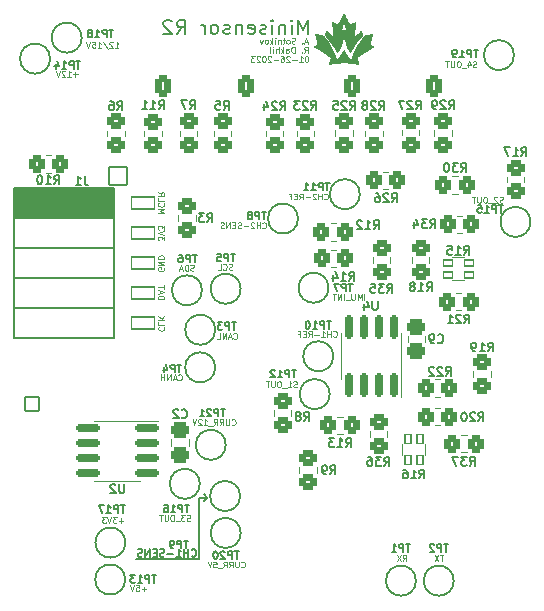
<source format=gbo>
G04 #@! TF.GenerationSoftware,KiCad,Pcbnew,(6.0.5)*
G04 #@! TF.CreationDate,2023-01-26T23:57:16-05:00*
G04 #@! TF.ProjectId,sensors,73656e73-6f72-4732-9e6b-696361645f70,rev?*
G04 #@! TF.SameCoordinates,Original*
G04 #@! TF.FileFunction,Legend,Bot*
G04 #@! TF.FilePolarity,Positive*
%FSLAX46Y46*%
G04 Gerber Fmt 4.6, Leading zero omitted, Abs format (unit mm)*
G04 Created by KiCad (PCBNEW (6.0.5)) date 2023-01-26 23:57:16*
%MOMM*%
%LPD*%
G01*
G04 APERTURE LIST*
G04 Aperture macros list*
%AMRoundRect*
0 Rectangle with rounded corners*
0 $1 Rounding radius*
0 $2 $3 $4 $5 $6 $7 $8 $9 X,Y pos of 4 corners*
0 Add a 4 corners polygon primitive as box body*
4,1,4,$2,$3,$4,$5,$6,$7,$8,$9,$2,$3,0*
0 Add four circle primitives for the rounded corners*
1,1,$1+$1,$2,$3*
1,1,$1+$1,$4,$5*
1,1,$1+$1,$6,$7*
1,1,$1+$1,$8,$9*
0 Add four rect primitives between the rounded corners*
20,1,$1+$1,$2,$3,$4,$5,0*
20,1,$1+$1,$4,$5,$6,$7,0*
20,1,$1+$1,$6,$7,$8,$9,0*
20,1,$1+$1,$8,$9,$2,$3,0*%
G04 Aperture macros list end*
%ADD10C,0.150000*%
%ADD11C,0.125000*%
%ADD12C,0.175000*%
%ADD13C,0.120000*%
%ADD14C,0.127000*%
%ADD15C,0.010000*%
%ADD16C,2.082800*%
%ADD17C,3.903600*%
%ADD18C,4.003600*%
%ADD19C,5.701600*%
%ADD20C,1.601600*%
%ADD21C,2.301600*%
%ADD22RoundRect,0.050800X-0.600000X0.600000X-0.600000X-0.600000X0.600000X-0.600000X0.600000X0.600000X0*%
%ADD23C,1.301600*%
%ADD24RoundRect,0.300800X0.350000X0.625000X-0.350000X0.625000X-0.350000X-0.625000X0.350000X-0.625000X0*%
%ADD25O,1.301600X1.851600*%
%ADD26RoundRect,0.050800X-0.754000X-0.754000X0.754000X-0.754000X0.754000X0.754000X-0.754000X0.754000X0*%
%ADD27C,1.609600*%
%ADD28C,1.856600*%
%ADD29RoundRect,0.300800X0.450000X-0.350000X0.450000X0.350000X-0.450000X0.350000X-0.450000X-0.350000X0*%
%ADD30RoundRect,0.300800X-0.475000X0.337500X-0.475000X-0.337500X0.475000X-0.337500X0.475000X0.337500X0*%
%ADD31RoundRect,0.300800X0.475000X-0.337500X0.475000X0.337500X-0.475000X0.337500X-0.475000X-0.337500X0*%
%ADD32RoundRect,0.300800X-0.350000X-0.450000X0.350000X-0.450000X0.350000X0.450000X-0.350000X0.450000X0*%
%ADD33RoundRect,0.300800X0.350000X0.450000X-0.350000X0.450000X-0.350000X-0.450000X0.350000X-0.450000X0*%
%ADD34RoundRect,0.300800X-0.450000X0.350000X-0.450000X-0.350000X0.450000X-0.350000X0.450000X0.350000X0*%
%ADD35RoundRect,0.200800X0.825000X0.150000X-0.825000X0.150000X-0.825000X-0.150000X0.825000X-0.150000X0*%
%ADD36RoundRect,0.050800X0.400000X0.250000X-0.400000X0.250000X-0.400000X-0.250000X0.400000X-0.250000X0*%
%ADD37RoundRect,0.050800X-1.000000X0.500000X-1.000000X-0.500000X1.000000X-0.500000X1.000000X0.500000X0*%
%ADD38RoundRect,0.050800X0.250000X-0.400000X0.250000X0.400000X-0.250000X0.400000X-0.250000X-0.400000X0*%
%ADD39RoundRect,0.200800X0.150000X-0.825000X0.150000X0.825000X-0.150000X0.825000X-0.150000X-0.825000X0*%
G04 APERTURE END LIST*
D10*
X164997830Y-134164423D02*
X164997830Y-137864423D01*
X164997830Y-139364423D02*
X159697830Y-139364423D01*
X165397830Y-134464423D02*
X165697830Y-134164423D01*
X165297830Y-134164423D02*
X165697830Y-134164423D01*
X164997830Y-137864423D02*
X164997830Y-139364423D01*
X165397830Y-133864423D02*
X165697830Y-134164423D01*
X165297830Y-134164423D02*
X164997830Y-134164423D01*
D11*
X164564142Y-114934180D02*
X164492714Y-114957990D01*
X164373666Y-114957990D01*
X164326047Y-114934180D01*
X164302238Y-114910371D01*
X164278428Y-114862752D01*
X164278428Y-114815133D01*
X164302238Y-114767514D01*
X164326047Y-114743704D01*
X164373666Y-114719895D01*
X164468904Y-114696085D01*
X164516523Y-114672276D01*
X164540333Y-114648466D01*
X164564142Y-114600847D01*
X164564142Y-114553228D01*
X164540333Y-114505609D01*
X164516523Y-114481800D01*
X164468904Y-114457990D01*
X164349857Y-114457990D01*
X164278428Y-114481800D01*
X164064142Y-114957990D02*
X164064142Y-114457990D01*
X163945095Y-114457990D01*
X163873666Y-114481800D01*
X163826047Y-114529419D01*
X163802238Y-114577038D01*
X163778428Y-114672276D01*
X163778428Y-114743704D01*
X163802238Y-114838942D01*
X163826047Y-114886561D01*
X163873666Y-114934180D01*
X163945095Y-114957990D01*
X164064142Y-114957990D01*
X163587952Y-114815133D02*
X163349857Y-114815133D01*
X163635571Y-114957990D02*
X163468904Y-114457990D01*
X163302238Y-114957990D01*
X167828838Y-114857980D02*
X167757409Y-114881790D01*
X167638361Y-114881790D01*
X167590742Y-114857980D01*
X167566933Y-114834171D01*
X167543123Y-114786552D01*
X167543123Y-114738933D01*
X167566933Y-114691314D01*
X167590742Y-114667504D01*
X167638361Y-114643695D01*
X167733600Y-114619885D01*
X167781219Y-114596076D01*
X167805028Y-114572266D01*
X167828838Y-114524647D01*
X167828838Y-114477028D01*
X167805028Y-114429409D01*
X167781219Y-114405600D01*
X167733600Y-114381790D01*
X167614552Y-114381790D01*
X167543123Y-114405600D01*
X167043123Y-114834171D02*
X167066933Y-114857980D01*
X167138361Y-114881790D01*
X167185980Y-114881790D01*
X167257409Y-114857980D01*
X167305028Y-114810361D01*
X167328838Y-114762742D01*
X167352647Y-114667504D01*
X167352647Y-114596076D01*
X167328838Y-114500838D01*
X167305028Y-114453219D01*
X167257409Y-114405600D01*
X167185980Y-114381790D01*
X167138361Y-114381790D01*
X167066933Y-114405600D01*
X167043123Y-114429409D01*
X166590742Y-114881790D02*
X166828838Y-114881790D01*
X166828838Y-114381790D01*
X179009523Y-117426190D02*
X179009523Y-116926190D01*
X178771428Y-117426190D02*
X178771428Y-116926190D01*
X178604761Y-117283333D01*
X178438095Y-116926190D01*
X178438095Y-117426190D01*
X178200000Y-116926190D02*
X178200000Y-117330952D01*
X178176190Y-117378571D01*
X178152380Y-117402380D01*
X178104761Y-117426190D01*
X178009523Y-117426190D01*
X177961904Y-117402380D01*
X177938095Y-117378571D01*
X177914285Y-117330952D01*
X177914285Y-116926190D01*
X177795238Y-117473809D02*
X177414285Y-117473809D01*
X177295238Y-117426190D02*
X177295238Y-116926190D01*
X177057142Y-117426190D02*
X177057142Y-116926190D01*
X176771428Y-117426190D01*
X176771428Y-116926190D01*
X176604761Y-116926190D02*
X176319047Y-116926190D01*
X176461904Y-117426190D02*
X176461904Y-116926190D01*
X158605952Y-136110714D02*
X158225000Y-136110714D01*
X158415476Y-136301190D02*
X158415476Y-135920238D01*
X158034523Y-135801190D02*
X157725000Y-135801190D01*
X157891666Y-135991666D01*
X157820238Y-135991666D01*
X157772619Y-136015476D01*
X157748809Y-136039285D01*
X157725000Y-136086904D01*
X157725000Y-136205952D01*
X157748809Y-136253571D01*
X157772619Y-136277380D01*
X157820238Y-136301190D01*
X157963095Y-136301190D01*
X158010714Y-136277380D01*
X158034523Y-136253571D01*
X157582142Y-135801190D02*
X157415476Y-136301190D01*
X157248809Y-135801190D01*
X157129761Y-135801190D02*
X156820238Y-135801190D01*
X156986904Y-135991666D01*
X156915476Y-135991666D01*
X156867857Y-136015476D01*
X156844047Y-136039285D01*
X156820238Y-136086904D01*
X156820238Y-136205952D01*
X156844047Y-136253571D01*
X156867857Y-136277380D01*
X156915476Y-136301190D01*
X157058333Y-136301190D01*
X157105952Y-136277380D01*
X157129761Y-136253571D01*
X190744314Y-109168380D02*
X190672885Y-109192190D01*
X190553838Y-109192190D01*
X190506219Y-109168380D01*
X190482409Y-109144571D01*
X190458600Y-109096952D01*
X190458600Y-109049333D01*
X190482409Y-109001714D01*
X190506219Y-108977904D01*
X190553838Y-108954095D01*
X190649076Y-108930285D01*
X190696695Y-108906476D01*
X190720504Y-108882666D01*
X190744314Y-108835047D01*
X190744314Y-108787428D01*
X190720504Y-108739809D01*
X190696695Y-108716000D01*
X190649076Y-108692190D01*
X190530028Y-108692190D01*
X190458600Y-108716000D01*
X190268123Y-108739809D02*
X190244314Y-108716000D01*
X190196695Y-108692190D01*
X190077647Y-108692190D01*
X190030028Y-108716000D01*
X190006219Y-108739809D01*
X189982409Y-108787428D01*
X189982409Y-108835047D01*
X190006219Y-108906476D01*
X190291933Y-109192190D01*
X189982409Y-109192190D01*
X189887171Y-109239809D02*
X189506219Y-109239809D01*
X189291933Y-108692190D02*
X189196695Y-108692190D01*
X189149076Y-108716000D01*
X189101457Y-108763619D01*
X189077647Y-108858857D01*
X189077647Y-109025523D01*
X189101457Y-109120761D01*
X189149076Y-109168380D01*
X189196695Y-109192190D01*
X189291933Y-109192190D01*
X189339552Y-109168380D01*
X189387171Y-109120761D01*
X189410980Y-109025523D01*
X189410980Y-108858857D01*
X189387171Y-108763619D01*
X189339552Y-108716000D01*
X189291933Y-108692190D01*
X188863361Y-108692190D02*
X188863361Y-109096952D01*
X188839552Y-109144571D01*
X188815742Y-109168380D01*
X188768123Y-109192190D01*
X188672885Y-109192190D01*
X188625266Y-109168380D01*
X188601457Y-109144571D01*
X188577647Y-109096952D01*
X188577647Y-108692190D01*
X188410980Y-108692190D02*
X188125266Y-108692190D01*
X188268123Y-109192190D02*
X188268123Y-108692190D01*
X185680952Y-139026190D02*
X185395238Y-139026190D01*
X185538095Y-139526190D02*
X185538095Y-139026190D01*
X185276190Y-139026190D02*
X184942857Y-139526190D01*
X184942857Y-139026190D02*
X185276190Y-139526190D01*
X163244933Y-124181371D02*
X163268742Y-124205180D01*
X163340171Y-124228990D01*
X163387790Y-124228990D01*
X163459219Y-124205180D01*
X163506838Y-124157561D01*
X163530647Y-124109942D01*
X163554457Y-124014704D01*
X163554457Y-123943276D01*
X163530647Y-123848038D01*
X163506838Y-123800419D01*
X163459219Y-123752800D01*
X163387790Y-123728990D01*
X163340171Y-123728990D01*
X163268742Y-123752800D01*
X163244933Y-123776609D01*
X163054457Y-124086133D02*
X162816361Y-124086133D01*
X163102076Y-124228990D02*
X162935409Y-123728990D01*
X162768742Y-124228990D01*
X162602076Y-124228990D02*
X162602076Y-123728990D01*
X162316361Y-124228990D01*
X162316361Y-123728990D01*
X162078266Y-124228990D02*
X162078266Y-123728990D01*
X162078266Y-123967085D02*
X161792552Y-123967085D01*
X161792552Y-124228990D02*
X161792552Y-123728990D01*
X168585200Y-140030971D02*
X168609009Y-140054780D01*
X168680438Y-140078590D01*
X168728057Y-140078590D01*
X168799485Y-140054780D01*
X168847104Y-140007161D01*
X168870914Y-139959542D01*
X168894723Y-139864304D01*
X168894723Y-139792876D01*
X168870914Y-139697638D01*
X168847104Y-139650019D01*
X168799485Y-139602400D01*
X168728057Y-139578590D01*
X168680438Y-139578590D01*
X168609009Y-139602400D01*
X168585200Y-139626209D01*
X168370914Y-139578590D02*
X168370914Y-139983352D01*
X168347104Y-140030971D01*
X168323295Y-140054780D01*
X168275676Y-140078590D01*
X168180438Y-140078590D01*
X168132819Y-140054780D01*
X168109009Y-140030971D01*
X168085200Y-139983352D01*
X168085200Y-139578590D01*
X167561390Y-140078590D02*
X167728057Y-139840495D01*
X167847104Y-140078590D02*
X167847104Y-139578590D01*
X167656628Y-139578590D01*
X167609009Y-139602400D01*
X167585200Y-139626209D01*
X167561390Y-139673828D01*
X167561390Y-139745257D01*
X167585200Y-139792876D01*
X167609009Y-139816685D01*
X167656628Y-139840495D01*
X167847104Y-139840495D01*
X167061390Y-140078590D02*
X167228057Y-139840495D01*
X167347104Y-140078590D02*
X167347104Y-139578590D01*
X167156628Y-139578590D01*
X167109009Y-139602400D01*
X167085200Y-139626209D01*
X167061390Y-139673828D01*
X167061390Y-139745257D01*
X167085200Y-139792876D01*
X167109009Y-139816685D01*
X167156628Y-139840495D01*
X167347104Y-139840495D01*
X166966152Y-140126209D02*
X166585200Y-140126209D01*
X166228057Y-139578590D02*
X166466152Y-139578590D01*
X166489961Y-139816685D01*
X166466152Y-139792876D01*
X166418533Y-139769066D01*
X166299485Y-139769066D01*
X166251866Y-139792876D01*
X166228057Y-139816685D01*
X166204247Y-139864304D01*
X166204247Y-139983352D01*
X166228057Y-140030971D01*
X166251866Y-140054780D01*
X166299485Y-140078590D01*
X166418533Y-140078590D01*
X166466152Y-140054780D01*
X166489961Y-140030971D01*
X166061390Y-139578590D02*
X165894723Y-140078590D01*
X165728057Y-139578590D01*
D12*
X174219310Y-94926857D02*
X174219310Y-93726857D01*
X173819310Y-94584000D01*
X173419310Y-93726857D01*
X173419310Y-94926857D01*
X172847881Y-94926857D02*
X172847881Y-94126857D01*
X172847881Y-93726857D02*
X172905024Y-93784000D01*
X172847881Y-93841142D01*
X172790738Y-93784000D01*
X172847881Y-93726857D01*
X172847881Y-93841142D01*
X172276453Y-94126857D02*
X172276453Y-94926857D01*
X172276453Y-94241142D02*
X172219310Y-94184000D01*
X172105024Y-94126857D01*
X171933596Y-94126857D01*
X171819310Y-94184000D01*
X171762167Y-94298285D01*
X171762167Y-94926857D01*
X171190738Y-94926857D02*
X171190738Y-94126857D01*
X171190738Y-93726857D02*
X171247881Y-93784000D01*
X171190738Y-93841142D01*
X171133596Y-93784000D01*
X171190738Y-93726857D01*
X171190738Y-93841142D01*
X170676453Y-94869714D02*
X170562167Y-94926857D01*
X170333596Y-94926857D01*
X170219310Y-94869714D01*
X170162167Y-94755428D01*
X170162167Y-94698285D01*
X170219310Y-94584000D01*
X170333596Y-94526857D01*
X170505024Y-94526857D01*
X170619310Y-94469714D01*
X170676453Y-94355428D01*
X170676453Y-94298285D01*
X170619310Y-94184000D01*
X170505024Y-94126857D01*
X170333596Y-94126857D01*
X170219310Y-94184000D01*
X169190738Y-94869714D02*
X169305024Y-94926857D01*
X169533596Y-94926857D01*
X169647881Y-94869714D01*
X169705024Y-94755428D01*
X169705024Y-94298285D01*
X169647881Y-94184000D01*
X169533596Y-94126857D01*
X169305024Y-94126857D01*
X169190738Y-94184000D01*
X169133596Y-94298285D01*
X169133596Y-94412571D01*
X169705024Y-94526857D01*
X168619310Y-94126857D02*
X168619310Y-94926857D01*
X168619310Y-94241142D02*
X168562167Y-94184000D01*
X168447881Y-94126857D01*
X168276453Y-94126857D01*
X168162167Y-94184000D01*
X168105024Y-94298285D01*
X168105024Y-94926857D01*
X167590738Y-94869714D02*
X167476453Y-94926857D01*
X167247881Y-94926857D01*
X167133596Y-94869714D01*
X167076453Y-94755428D01*
X167076453Y-94698285D01*
X167133596Y-94584000D01*
X167247881Y-94526857D01*
X167419310Y-94526857D01*
X167533596Y-94469714D01*
X167590738Y-94355428D01*
X167590738Y-94298285D01*
X167533596Y-94184000D01*
X167419310Y-94126857D01*
X167247881Y-94126857D01*
X167133596Y-94184000D01*
X166390738Y-94926857D02*
X166505024Y-94869714D01*
X166562167Y-94812571D01*
X166619310Y-94698285D01*
X166619310Y-94355428D01*
X166562167Y-94241142D01*
X166505024Y-94184000D01*
X166390738Y-94126857D01*
X166219310Y-94126857D01*
X166105024Y-94184000D01*
X166047881Y-94241142D01*
X165990738Y-94355428D01*
X165990738Y-94698285D01*
X166047881Y-94812571D01*
X166105024Y-94869714D01*
X166219310Y-94926857D01*
X166390738Y-94926857D01*
X165476453Y-94926857D02*
X165476453Y-94126857D01*
X165476453Y-94355428D02*
X165419310Y-94241142D01*
X165362167Y-94184000D01*
X165247881Y-94126857D01*
X165133596Y-94126857D01*
X163133596Y-94926857D02*
X163533596Y-94355428D01*
X163819310Y-94926857D02*
X163819310Y-93726857D01*
X163362167Y-93726857D01*
X163247881Y-93784000D01*
X163190738Y-93841142D01*
X163133596Y-93955428D01*
X163133596Y-94126857D01*
X163190738Y-94241142D01*
X163247881Y-94298285D01*
X163362167Y-94355428D01*
X163819310Y-94355428D01*
X162676453Y-93841142D02*
X162619310Y-93784000D01*
X162505024Y-93726857D01*
X162219310Y-93726857D01*
X162105024Y-93784000D01*
X162047881Y-93841142D01*
X161990738Y-93955428D01*
X161990738Y-94069714D01*
X162047881Y-94241142D01*
X162733596Y-94926857D01*
X161990738Y-94926857D01*
D11*
X167788095Y-127978571D02*
X167811904Y-128002380D01*
X167883333Y-128026190D01*
X167930952Y-128026190D01*
X168002380Y-128002380D01*
X168050000Y-127954761D01*
X168073809Y-127907142D01*
X168097619Y-127811904D01*
X168097619Y-127740476D01*
X168073809Y-127645238D01*
X168050000Y-127597619D01*
X168002380Y-127550000D01*
X167930952Y-127526190D01*
X167883333Y-127526190D01*
X167811904Y-127550000D01*
X167788095Y-127573809D01*
X167573809Y-127526190D02*
X167573809Y-127930952D01*
X167550000Y-127978571D01*
X167526190Y-128002380D01*
X167478571Y-128026190D01*
X167383333Y-128026190D01*
X167335714Y-128002380D01*
X167311904Y-127978571D01*
X167288095Y-127930952D01*
X167288095Y-127526190D01*
X166764285Y-128026190D02*
X166930952Y-127788095D01*
X167050000Y-128026190D02*
X167050000Y-127526190D01*
X166859523Y-127526190D01*
X166811904Y-127550000D01*
X166788095Y-127573809D01*
X166764285Y-127621428D01*
X166764285Y-127692857D01*
X166788095Y-127740476D01*
X166811904Y-127764285D01*
X166859523Y-127788095D01*
X167050000Y-127788095D01*
X166264285Y-128026190D02*
X166430952Y-127788095D01*
X166550000Y-128026190D02*
X166550000Y-127526190D01*
X166359523Y-127526190D01*
X166311904Y-127550000D01*
X166288095Y-127573809D01*
X166264285Y-127621428D01*
X166264285Y-127692857D01*
X166288095Y-127740476D01*
X166311904Y-127764285D01*
X166359523Y-127788095D01*
X166550000Y-127788095D01*
X166169047Y-128073809D02*
X165788095Y-128073809D01*
X165407142Y-128026190D02*
X165692857Y-128026190D01*
X165550000Y-128026190D02*
X165550000Y-127526190D01*
X165597619Y-127597619D01*
X165645238Y-127645238D01*
X165692857Y-127669047D01*
X165216666Y-127573809D02*
X165192857Y-127550000D01*
X165145238Y-127526190D01*
X165026190Y-127526190D01*
X164978571Y-127550000D01*
X164954761Y-127573809D01*
X164930952Y-127621428D01*
X164930952Y-127669047D01*
X164954761Y-127740476D01*
X165240476Y-128026190D01*
X164930952Y-128026190D01*
X164788095Y-127526190D02*
X164621428Y-128026190D01*
X164454761Y-127526190D01*
X161546409Y-110089047D02*
X162046409Y-110089047D01*
X161689266Y-109922380D01*
X162046409Y-109755714D01*
X161546409Y-109755714D01*
X161594028Y-109231904D02*
X161570219Y-109255714D01*
X161546409Y-109327142D01*
X161546409Y-109374761D01*
X161570219Y-109446190D01*
X161617838Y-109493809D01*
X161665457Y-109517619D01*
X161760695Y-109541428D01*
X161832123Y-109541428D01*
X161927361Y-109517619D01*
X161974980Y-109493809D01*
X162022600Y-109446190D01*
X162046409Y-109374761D01*
X162046409Y-109327142D01*
X162022600Y-109255714D01*
X161998790Y-109231904D01*
X161546409Y-108779523D02*
X161546409Y-109017619D01*
X162046409Y-109017619D01*
X161546409Y-108327142D02*
X161784504Y-108493809D01*
X161546409Y-108612857D02*
X162046409Y-108612857D01*
X162046409Y-108422380D01*
X162022600Y-108374761D01*
X161998790Y-108350952D01*
X161951171Y-108327142D01*
X161879742Y-108327142D01*
X161832123Y-108350952D01*
X161808314Y-108374761D01*
X161784504Y-108422380D01*
X161784504Y-108612857D01*
X160542857Y-141885714D02*
X160161904Y-141885714D01*
X160352380Y-142076190D02*
X160352380Y-141695238D01*
X159685714Y-141576190D02*
X159923809Y-141576190D01*
X159947619Y-141814285D01*
X159923809Y-141790476D01*
X159876190Y-141766666D01*
X159757142Y-141766666D01*
X159709523Y-141790476D01*
X159685714Y-141814285D01*
X159661904Y-141861904D01*
X159661904Y-141980952D01*
X159685714Y-142028571D01*
X159709523Y-142052380D01*
X159757142Y-142076190D01*
X159876190Y-142076190D01*
X159923809Y-142052380D01*
X159947619Y-142028571D01*
X159519047Y-141576190D02*
X159352380Y-142076190D01*
X159185714Y-141576190D01*
X157897619Y-96076190D02*
X158183333Y-96076190D01*
X158040476Y-96076190D02*
X158040476Y-95576190D01*
X158088095Y-95647619D01*
X158135714Y-95695238D01*
X158183333Y-95719047D01*
X157707142Y-95623809D02*
X157683333Y-95600000D01*
X157635714Y-95576190D01*
X157516666Y-95576190D01*
X157469047Y-95600000D01*
X157445238Y-95623809D01*
X157421428Y-95671428D01*
X157421428Y-95719047D01*
X157445238Y-95790476D01*
X157730952Y-96076190D01*
X157421428Y-96076190D01*
X156850000Y-95552380D02*
X157278571Y-96195238D01*
X156421428Y-96076190D02*
X156707142Y-96076190D01*
X156564285Y-96076190D02*
X156564285Y-95576190D01*
X156611904Y-95647619D01*
X156659523Y-95695238D01*
X156707142Y-95719047D01*
X155969047Y-95576190D02*
X156207142Y-95576190D01*
X156230952Y-95814285D01*
X156207142Y-95790476D01*
X156159523Y-95766666D01*
X156040476Y-95766666D01*
X155992857Y-95790476D01*
X155969047Y-95814285D01*
X155945238Y-95861904D01*
X155945238Y-95980952D01*
X155969047Y-96028571D01*
X155992857Y-96052380D01*
X156040476Y-96076190D01*
X156159523Y-96076190D01*
X156207142Y-96052380D01*
X156230952Y-96028571D01*
X155802380Y-95576190D02*
X155635714Y-96076190D01*
X155469047Y-95576190D01*
D13*
X174197596Y-95587333D02*
X173959500Y-95587333D01*
X174245215Y-95730190D02*
X174078548Y-95230190D01*
X173911881Y-95730190D01*
X173745215Y-95682571D02*
X173721405Y-95706380D01*
X173745215Y-95730190D01*
X173769024Y-95706380D01*
X173745215Y-95682571D01*
X173745215Y-95730190D01*
X173149976Y-95706380D02*
X173078548Y-95730190D01*
X172959500Y-95730190D01*
X172911881Y-95706380D01*
X172888072Y-95682571D01*
X172864262Y-95634952D01*
X172864262Y-95587333D01*
X172888072Y-95539714D01*
X172911881Y-95515904D01*
X172959500Y-95492095D01*
X173054738Y-95468285D01*
X173102357Y-95444476D01*
X173126167Y-95420666D01*
X173149976Y-95373047D01*
X173149976Y-95325428D01*
X173126167Y-95277809D01*
X173102357Y-95254000D01*
X173054738Y-95230190D01*
X172935691Y-95230190D01*
X172864262Y-95254000D01*
X172578548Y-95730190D02*
X172626167Y-95706380D01*
X172649976Y-95682571D01*
X172673786Y-95634952D01*
X172673786Y-95492095D01*
X172649976Y-95444476D01*
X172626167Y-95420666D01*
X172578548Y-95396857D01*
X172507119Y-95396857D01*
X172459500Y-95420666D01*
X172435691Y-95444476D01*
X172411881Y-95492095D01*
X172411881Y-95634952D01*
X172435691Y-95682571D01*
X172459500Y-95706380D01*
X172507119Y-95730190D01*
X172578548Y-95730190D01*
X172269024Y-95396857D02*
X172078548Y-95396857D01*
X172197596Y-95230190D02*
X172197596Y-95658761D01*
X172173786Y-95706380D01*
X172126167Y-95730190D01*
X172078548Y-95730190D01*
X171911881Y-95396857D02*
X171911881Y-95730190D01*
X171911881Y-95444476D02*
X171888072Y-95420666D01*
X171840453Y-95396857D01*
X171769024Y-95396857D01*
X171721405Y-95420666D01*
X171697596Y-95468285D01*
X171697596Y-95730190D01*
X171459500Y-95730190D02*
X171459500Y-95396857D01*
X171459500Y-95230190D02*
X171483310Y-95254000D01*
X171459500Y-95277809D01*
X171435691Y-95254000D01*
X171459500Y-95230190D01*
X171459500Y-95277809D01*
X171221405Y-95730190D02*
X171221405Y-95230190D01*
X171173786Y-95539714D02*
X171030929Y-95730190D01*
X171030929Y-95396857D02*
X171221405Y-95587333D01*
X170745215Y-95730190D02*
X170792834Y-95706380D01*
X170816643Y-95682571D01*
X170840453Y-95634952D01*
X170840453Y-95492095D01*
X170816643Y-95444476D01*
X170792834Y-95420666D01*
X170745215Y-95396857D01*
X170673786Y-95396857D01*
X170626167Y-95420666D01*
X170602357Y-95444476D01*
X170578548Y-95492095D01*
X170578548Y-95634952D01*
X170602357Y-95682571D01*
X170626167Y-95706380D01*
X170673786Y-95730190D01*
X170745215Y-95730190D01*
X170411881Y-95396857D02*
X170292834Y-95730190D01*
X170173786Y-95396857D01*
D11*
X162022600Y-114706352D02*
X162046409Y-114753971D01*
X162046409Y-114825400D01*
X162022600Y-114896828D01*
X161974980Y-114944447D01*
X161927361Y-114968257D01*
X161832123Y-114992066D01*
X161760695Y-114992066D01*
X161665457Y-114968257D01*
X161617838Y-114944447D01*
X161570219Y-114896828D01*
X161546409Y-114825400D01*
X161546409Y-114777780D01*
X161570219Y-114706352D01*
X161594028Y-114682542D01*
X161760695Y-114682542D01*
X161760695Y-114777780D01*
X161546409Y-114468257D02*
X162046409Y-114468257D01*
X161546409Y-114182542D01*
X162046409Y-114182542D01*
X161546409Y-113944447D02*
X162046409Y-113944447D01*
X162046409Y-113825400D01*
X162022600Y-113753971D01*
X161974980Y-113706352D01*
X161927361Y-113682542D01*
X161832123Y-113658733D01*
X161760695Y-113658733D01*
X161665457Y-113682542D01*
X161617838Y-113706352D01*
X161570219Y-113753971D01*
X161546409Y-113825400D01*
X161546409Y-113944447D01*
X162046409Y-112379047D02*
X162046409Y-112069523D01*
X161855933Y-112236190D01*
X161855933Y-112164761D01*
X161832123Y-112117142D01*
X161808314Y-112093333D01*
X161760695Y-112069523D01*
X161641647Y-112069523D01*
X161594028Y-112093333D01*
X161570219Y-112117142D01*
X161546409Y-112164761D01*
X161546409Y-112307619D01*
X161570219Y-112355238D01*
X161594028Y-112379047D01*
X162046409Y-111926666D02*
X161546409Y-111760000D01*
X162046409Y-111593333D01*
X162046409Y-111474285D02*
X162046409Y-111164761D01*
X161855933Y-111331428D01*
X161855933Y-111260000D01*
X161832123Y-111212380D01*
X161808314Y-111188571D01*
X161760695Y-111164761D01*
X161641647Y-111164761D01*
X161594028Y-111188571D01*
X161570219Y-111212380D01*
X161546409Y-111260000D01*
X161546409Y-111402857D01*
X161570219Y-111450476D01*
X161594028Y-111474285D01*
X175620238Y-108878571D02*
X175644047Y-108902380D01*
X175715476Y-108926190D01*
X175763095Y-108926190D01*
X175834523Y-108902380D01*
X175882142Y-108854761D01*
X175905952Y-108807142D01*
X175929761Y-108711904D01*
X175929761Y-108640476D01*
X175905952Y-108545238D01*
X175882142Y-108497619D01*
X175834523Y-108450000D01*
X175763095Y-108426190D01*
X175715476Y-108426190D01*
X175644047Y-108450000D01*
X175620238Y-108473809D01*
X175405952Y-108926190D02*
X175405952Y-108426190D01*
X175405952Y-108664285D02*
X175120238Y-108664285D01*
X175120238Y-108926190D02*
X175120238Y-108426190D01*
X174905952Y-108473809D02*
X174882142Y-108450000D01*
X174834523Y-108426190D01*
X174715476Y-108426190D01*
X174667857Y-108450000D01*
X174644047Y-108473809D01*
X174620238Y-108521428D01*
X174620238Y-108569047D01*
X174644047Y-108640476D01*
X174929761Y-108926190D01*
X174620238Y-108926190D01*
X174405952Y-108735714D02*
X174025000Y-108735714D01*
X173501190Y-108926190D02*
X173667857Y-108688095D01*
X173786904Y-108926190D02*
X173786904Y-108426190D01*
X173596428Y-108426190D01*
X173548809Y-108450000D01*
X173525000Y-108473809D01*
X173501190Y-108521428D01*
X173501190Y-108592857D01*
X173525000Y-108640476D01*
X173548809Y-108664285D01*
X173596428Y-108688095D01*
X173786904Y-108688095D01*
X173286904Y-108664285D02*
X173120238Y-108664285D01*
X173048809Y-108926190D02*
X173286904Y-108926190D01*
X173286904Y-108426190D01*
X173048809Y-108426190D01*
X172667857Y-108664285D02*
X172834523Y-108664285D01*
X172834523Y-108926190D02*
X172834523Y-108426190D01*
X172596428Y-108426190D01*
X154730952Y-98335714D02*
X154350000Y-98335714D01*
X154540476Y-98526190D02*
X154540476Y-98145238D01*
X153850000Y-98526190D02*
X154135714Y-98526190D01*
X153992857Y-98526190D02*
X153992857Y-98026190D01*
X154040476Y-98097619D01*
X154088095Y-98145238D01*
X154135714Y-98169047D01*
X153659523Y-98073809D02*
X153635714Y-98050000D01*
X153588095Y-98026190D01*
X153469047Y-98026190D01*
X153421428Y-98050000D01*
X153397619Y-98073809D01*
X153373809Y-98121428D01*
X153373809Y-98169047D01*
X153397619Y-98240476D01*
X153683333Y-98526190D01*
X153373809Y-98526190D01*
X153230952Y-98026190D02*
X153064285Y-98526190D01*
X152897619Y-98026190D01*
X188485714Y-97702380D02*
X188414285Y-97726190D01*
X188295238Y-97726190D01*
X188247619Y-97702380D01*
X188223809Y-97678571D01*
X188200000Y-97630952D01*
X188200000Y-97583333D01*
X188223809Y-97535714D01*
X188247619Y-97511904D01*
X188295238Y-97488095D01*
X188390476Y-97464285D01*
X188438095Y-97440476D01*
X188461904Y-97416666D01*
X188485714Y-97369047D01*
X188485714Y-97321428D01*
X188461904Y-97273809D01*
X188438095Y-97250000D01*
X188390476Y-97226190D01*
X188271428Y-97226190D01*
X188200000Y-97250000D01*
X187771428Y-97392857D02*
X187771428Y-97726190D01*
X187890476Y-97202380D02*
X188009523Y-97559523D01*
X187700000Y-97559523D01*
X187628571Y-97773809D02*
X187247619Y-97773809D01*
X187033333Y-97226190D02*
X186938095Y-97226190D01*
X186890476Y-97250000D01*
X186842857Y-97297619D01*
X186819047Y-97392857D01*
X186819047Y-97559523D01*
X186842857Y-97654761D01*
X186890476Y-97702380D01*
X186938095Y-97726190D01*
X187033333Y-97726190D01*
X187080952Y-97702380D01*
X187128571Y-97654761D01*
X187152380Y-97559523D01*
X187152380Y-97392857D01*
X187128571Y-97297619D01*
X187080952Y-97250000D01*
X187033333Y-97226190D01*
X186604761Y-97226190D02*
X186604761Y-97630952D01*
X186580952Y-97678571D01*
X186557142Y-97702380D01*
X186509523Y-97726190D01*
X186414285Y-97726190D01*
X186366666Y-97702380D01*
X186342857Y-97678571D01*
X186319047Y-97630952D01*
X186319047Y-97226190D01*
X186152380Y-97226190D02*
X185866666Y-97226190D01*
X186009523Y-97726190D02*
X186009523Y-97226190D01*
D10*
X164370210Y-139092994D02*
X164400687Y-139123470D01*
X164492115Y-139153946D01*
X164553068Y-139153946D01*
X164644496Y-139123470D01*
X164705449Y-139062518D01*
X164735925Y-139001565D01*
X164766401Y-138879661D01*
X164766401Y-138788232D01*
X164735925Y-138666327D01*
X164705449Y-138605375D01*
X164644496Y-138544423D01*
X164553068Y-138513946D01*
X164492115Y-138513946D01*
X164400687Y-138544423D01*
X164370210Y-138574899D01*
X164095925Y-139153946D02*
X164095925Y-138513946D01*
X164095925Y-138818708D02*
X163730210Y-138818708D01*
X163730210Y-139153946D02*
X163730210Y-138513946D01*
X163090210Y-139153946D02*
X163455925Y-139153946D01*
X163273068Y-139153946D02*
X163273068Y-138513946D01*
X163334020Y-138605375D01*
X163394972Y-138666327D01*
X163455925Y-138696803D01*
X162815925Y-138910137D02*
X162328306Y-138910137D01*
X162054020Y-139123470D02*
X161962591Y-139153946D01*
X161810210Y-139153946D01*
X161749258Y-139123470D01*
X161718782Y-139092994D01*
X161688306Y-139032042D01*
X161688306Y-138971089D01*
X161718782Y-138910137D01*
X161749258Y-138879661D01*
X161810210Y-138849184D01*
X161932115Y-138818708D01*
X161993068Y-138788232D01*
X162023544Y-138757756D01*
X162054020Y-138696803D01*
X162054020Y-138635851D01*
X162023544Y-138574899D01*
X161993068Y-138544423D01*
X161932115Y-138513946D01*
X161779734Y-138513946D01*
X161688306Y-138544423D01*
X161414020Y-138818708D02*
X161200687Y-138818708D01*
X161109258Y-139153946D02*
X161414020Y-139153946D01*
X161414020Y-138513946D01*
X161109258Y-138513946D01*
X160834972Y-139153946D02*
X160834972Y-138513946D01*
X160469258Y-139153946D01*
X160469258Y-138513946D01*
X160194972Y-139123470D02*
X160103544Y-139153946D01*
X159951163Y-139153946D01*
X159890210Y-139123470D01*
X159859734Y-139092994D01*
X159829258Y-139032042D01*
X159829258Y-138971089D01*
X159859734Y-138910137D01*
X159890210Y-138879661D01*
X159951163Y-138849184D01*
X160073068Y-138818708D01*
X160134020Y-138788232D01*
X160164496Y-138757756D01*
X160194972Y-138696803D01*
X160194972Y-138635851D01*
X160164496Y-138574899D01*
X160134020Y-138544423D01*
X160073068Y-138513946D01*
X159920687Y-138513946D01*
X159829258Y-138544423D01*
D11*
X167923809Y-120678571D02*
X167947619Y-120702380D01*
X168019047Y-120726190D01*
X168066666Y-120726190D01*
X168138095Y-120702380D01*
X168185714Y-120654761D01*
X168209523Y-120607142D01*
X168233333Y-120511904D01*
X168233333Y-120440476D01*
X168209523Y-120345238D01*
X168185714Y-120297619D01*
X168138095Y-120250000D01*
X168066666Y-120226190D01*
X168019047Y-120226190D01*
X167947619Y-120250000D01*
X167923809Y-120273809D01*
X167733333Y-120583333D02*
X167495238Y-120583333D01*
X167780952Y-120726190D02*
X167614285Y-120226190D01*
X167447619Y-120726190D01*
X167280952Y-120726190D02*
X167280952Y-120226190D01*
X166995238Y-120726190D01*
X166995238Y-120226190D01*
X166519047Y-120726190D02*
X166757142Y-120726190D01*
X166757142Y-120226190D01*
X161619428Y-119728419D02*
X161595619Y-119752228D01*
X161571809Y-119823657D01*
X161571809Y-119871276D01*
X161595619Y-119942704D01*
X161643238Y-119990323D01*
X161690857Y-120014133D01*
X161786095Y-120037942D01*
X161857523Y-120037942D01*
X161952761Y-120014133D01*
X162000380Y-119990323D01*
X162048000Y-119942704D01*
X162071809Y-119871276D01*
X162071809Y-119823657D01*
X162048000Y-119752228D01*
X162024190Y-119728419D01*
X161571809Y-119276038D02*
X161571809Y-119514133D01*
X162071809Y-119514133D01*
X161571809Y-119109371D02*
X162071809Y-119109371D01*
X161571809Y-118823657D02*
X161857523Y-119037942D01*
X162071809Y-118823657D02*
X161786095Y-119109371D01*
X176370238Y-120503571D02*
X176394047Y-120527380D01*
X176465476Y-120551190D01*
X176513095Y-120551190D01*
X176584523Y-120527380D01*
X176632142Y-120479761D01*
X176655952Y-120432142D01*
X176679761Y-120336904D01*
X176679761Y-120265476D01*
X176655952Y-120170238D01*
X176632142Y-120122619D01*
X176584523Y-120075000D01*
X176513095Y-120051190D01*
X176465476Y-120051190D01*
X176394047Y-120075000D01*
X176370238Y-120098809D01*
X176155952Y-120551190D02*
X176155952Y-120051190D01*
X176155952Y-120289285D02*
X175870238Y-120289285D01*
X175870238Y-120551190D02*
X175870238Y-120051190D01*
X175370238Y-120551190D02*
X175655952Y-120551190D01*
X175513095Y-120551190D02*
X175513095Y-120051190D01*
X175560714Y-120122619D01*
X175608333Y-120170238D01*
X175655952Y-120194047D01*
X175155952Y-120360714D02*
X174775000Y-120360714D01*
X174251190Y-120551190D02*
X174417857Y-120313095D01*
X174536904Y-120551190D02*
X174536904Y-120051190D01*
X174346428Y-120051190D01*
X174298809Y-120075000D01*
X174275000Y-120098809D01*
X174251190Y-120146428D01*
X174251190Y-120217857D01*
X174275000Y-120265476D01*
X174298809Y-120289285D01*
X174346428Y-120313095D01*
X174536904Y-120313095D01*
X174036904Y-120289285D02*
X173870238Y-120289285D01*
X173798809Y-120551190D02*
X174036904Y-120551190D01*
X174036904Y-120051190D01*
X173798809Y-120051190D01*
X173417857Y-120289285D02*
X173584523Y-120289285D01*
X173584523Y-120551190D02*
X173584523Y-120051190D01*
X173346428Y-120051190D01*
X164252114Y-136117780D02*
X164180685Y-136141590D01*
X164061638Y-136141590D01*
X164014019Y-136117780D01*
X163990209Y-136093971D01*
X163966400Y-136046352D01*
X163966400Y-135998733D01*
X163990209Y-135951114D01*
X164014019Y-135927304D01*
X164061638Y-135903495D01*
X164156876Y-135879685D01*
X164204495Y-135855876D01*
X164228304Y-135832066D01*
X164252114Y-135784447D01*
X164252114Y-135736828D01*
X164228304Y-135689209D01*
X164204495Y-135665400D01*
X164156876Y-135641590D01*
X164037828Y-135641590D01*
X163966400Y-135665400D01*
X163799733Y-135641590D02*
X163490209Y-135641590D01*
X163656876Y-135832066D01*
X163585447Y-135832066D01*
X163537828Y-135855876D01*
X163514019Y-135879685D01*
X163490209Y-135927304D01*
X163490209Y-136046352D01*
X163514019Y-136093971D01*
X163537828Y-136117780D01*
X163585447Y-136141590D01*
X163728304Y-136141590D01*
X163775923Y-136117780D01*
X163799733Y-136093971D01*
X163394971Y-136189209D02*
X163014019Y-136189209D01*
X162799733Y-135641590D02*
X162704495Y-135641590D01*
X162656876Y-135665400D01*
X162609257Y-135713019D01*
X162585447Y-135808257D01*
X162585447Y-135974923D01*
X162609257Y-136070161D01*
X162656876Y-136117780D01*
X162704495Y-136141590D01*
X162799733Y-136141590D01*
X162847352Y-136117780D01*
X162894971Y-136070161D01*
X162918780Y-135974923D01*
X162918780Y-135808257D01*
X162894971Y-135713019D01*
X162847352Y-135665400D01*
X162799733Y-135641590D01*
X162371161Y-135641590D02*
X162371161Y-136046352D01*
X162347352Y-136093971D01*
X162323542Y-136117780D01*
X162275923Y-136141590D01*
X162180685Y-136141590D01*
X162133066Y-136117780D01*
X162109257Y-136093971D01*
X162085447Y-136046352D01*
X162085447Y-135641590D01*
X161918780Y-135641590D02*
X161633066Y-135641590D01*
X161775923Y-136141590D02*
X161775923Y-135641590D01*
X161546409Y-117350314D02*
X162046409Y-117350314D01*
X162046409Y-117231266D01*
X162022600Y-117159838D01*
X161974980Y-117112219D01*
X161927361Y-117088409D01*
X161832123Y-117064600D01*
X161760695Y-117064600D01*
X161665457Y-117088409D01*
X161617838Y-117112219D01*
X161570219Y-117159838D01*
X161546409Y-117231266D01*
X161546409Y-117350314D01*
X161689266Y-116874123D02*
X161689266Y-116636028D01*
X161546409Y-116921742D02*
X162046409Y-116755076D01*
X161546409Y-116588409D01*
X162046409Y-116493171D02*
X162046409Y-116207457D01*
X161546409Y-116350314D02*
X162046409Y-116350314D01*
X170376647Y-111303571D02*
X170400457Y-111327380D01*
X170471885Y-111351190D01*
X170519504Y-111351190D01*
X170590933Y-111327380D01*
X170638552Y-111279761D01*
X170662361Y-111232142D01*
X170686171Y-111136904D01*
X170686171Y-111065476D01*
X170662361Y-110970238D01*
X170638552Y-110922619D01*
X170590933Y-110875000D01*
X170519504Y-110851190D01*
X170471885Y-110851190D01*
X170400457Y-110875000D01*
X170376647Y-110898809D01*
X170162361Y-111351190D02*
X170162361Y-110851190D01*
X170162361Y-111089285D02*
X169876647Y-111089285D01*
X169876647Y-111351190D02*
X169876647Y-110851190D01*
X169662361Y-110898809D02*
X169638552Y-110875000D01*
X169590933Y-110851190D01*
X169471885Y-110851190D01*
X169424266Y-110875000D01*
X169400457Y-110898809D01*
X169376647Y-110946428D01*
X169376647Y-110994047D01*
X169400457Y-111065476D01*
X169686171Y-111351190D01*
X169376647Y-111351190D01*
X169162361Y-111160714D02*
X168781409Y-111160714D01*
X168567123Y-111327380D02*
X168495695Y-111351190D01*
X168376647Y-111351190D01*
X168329028Y-111327380D01*
X168305219Y-111303571D01*
X168281409Y-111255952D01*
X168281409Y-111208333D01*
X168305219Y-111160714D01*
X168329028Y-111136904D01*
X168376647Y-111113095D01*
X168471885Y-111089285D01*
X168519504Y-111065476D01*
X168543314Y-111041666D01*
X168567123Y-110994047D01*
X168567123Y-110946428D01*
X168543314Y-110898809D01*
X168519504Y-110875000D01*
X168471885Y-110851190D01*
X168352838Y-110851190D01*
X168281409Y-110875000D01*
X168067123Y-111089285D02*
X167900457Y-111089285D01*
X167829028Y-111351190D02*
X168067123Y-111351190D01*
X168067123Y-110851190D01*
X167829028Y-110851190D01*
X167614742Y-111351190D02*
X167614742Y-110851190D01*
X167329028Y-111351190D01*
X167329028Y-110851190D01*
X167114742Y-111327380D02*
X167043314Y-111351190D01*
X166924266Y-111351190D01*
X166876647Y-111327380D01*
X166852838Y-111303571D01*
X166829028Y-111255952D01*
X166829028Y-111208333D01*
X166852838Y-111160714D01*
X166876647Y-111136904D01*
X166924266Y-111113095D01*
X167019504Y-111089285D01*
X167067123Y-111065476D01*
X167090933Y-111041666D01*
X167114742Y-110994047D01*
X167114742Y-110946428D01*
X167090933Y-110898809D01*
X167067123Y-110875000D01*
X167019504Y-110851190D01*
X166900457Y-110851190D01*
X166829028Y-110875000D01*
X173285714Y-124802380D02*
X173214285Y-124826190D01*
X173095238Y-124826190D01*
X173047619Y-124802380D01*
X173023809Y-124778571D01*
X173000000Y-124730952D01*
X173000000Y-124683333D01*
X173023809Y-124635714D01*
X173047619Y-124611904D01*
X173095238Y-124588095D01*
X173190476Y-124564285D01*
X173238095Y-124540476D01*
X173261904Y-124516666D01*
X173285714Y-124469047D01*
X173285714Y-124421428D01*
X173261904Y-124373809D01*
X173238095Y-124350000D01*
X173190476Y-124326190D01*
X173071428Y-124326190D01*
X173000000Y-124350000D01*
X172523809Y-124826190D02*
X172809523Y-124826190D01*
X172666666Y-124826190D02*
X172666666Y-124326190D01*
X172714285Y-124397619D01*
X172761904Y-124445238D01*
X172809523Y-124469047D01*
X172428571Y-124873809D02*
X172047619Y-124873809D01*
X171833333Y-124326190D02*
X171738095Y-124326190D01*
X171690476Y-124350000D01*
X171642857Y-124397619D01*
X171619047Y-124492857D01*
X171619047Y-124659523D01*
X171642857Y-124754761D01*
X171690476Y-124802380D01*
X171738095Y-124826190D01*
X171833333Y-124826190D01*
X171880952Y-124802380D01*
X171928571Y-124754761D01*
X171952380Y-124659523D01*
X171952380Y-124492857D01*
X171928571Y-124397619D01*
X171880952Y-124350000D01*
X171833333Y-124326190D01*
X171404761Y-124326190D02*
X171404761Y-124730952D01*
X171380952Y-124778571D01*
X171357142Y-124802380D01*
X171309523Y-124826190D01*
X171214285Y-124826190D01*
X171166666Y-124802380D01*
X171142857Y-124778571D01*
X171119047Y-124730952D01*
X171119047Y-124326190D01*
X170952380Y-124326190D02*
X170666666Y-124326190D01*
X170809523Y-124826190D02*
X170809523Y-124326190D01*
X173927923Y-96492190D02*
X174094590Y-96254095D01*
X174213638Y-96492190D02*
X174213638Y-95992190D01*
X174023161Y-95992190D01*
X173975542Y-96016000D01*
X173951733Y-96039809D01*
X173927923Y-96087428D01*
X173927923Y-96158857D01*
X173951733Y-96206476D01*
X173975542Y-96230285D01*
X174023161Y-96254095D01*
X174213638Y-96254095D01*
X173713638Y-96444571D02*
X173689828Y-96468380D01*
X173713638Y-96492190D01*
X173737447Y-96468380D01*
X173713638Y-96444571D01*
X173713638Y-96492190D01*
X173094590Y-96492190D02*
X173094590Y-95992190D01*
X172975542Y-95992190D01*
X172904114Y-96016000D01*
X172856495Y-96063619D01*
X172832685Y-96111238D01*
X172808876Y-96206476D01*
X172808876Y-96277904D01*
X172832685Y-96373142D01*
X172856495Y-96420761D01*
X172904114Y-96468380D01*
X172975542Y-96492190D01*
X173094590Y-96492190D01*
X172380304Y-96492190D02*
X172380304Y-96230285D01*
X172404114Y-96182666D01*
X172451733Y-96158857D01*
X172546971Y-96158857D01*
X172594590Y-96182666D01*
X172380304Y-96468380D02*
X172427923Y-96492190D01*
X172546971Y-96492190D01*
X172594590Y-96468380D01*
X172618400Y-96420761D01*
X172618400Y-96373142D01*
X172594590Y-96325523D01*
X172546971Y-96301714D01*
X172427923Y-96301714D01*
X172380304Y-96277904D01*
X172142209Y-96492190D02*
X172142209Y-95992190D01*
X172094590Y-96301714D02*
X171951733Y-96492190D01*
X171951733Y-96158857D02*
X172142209Y-96349333D01*
X171737447Y-96492190D02*
X171737447Y-95992190D01*
X171523161Y-96492190D02*
X171523161Y-96230285D01*
X171546971Y-96182666D01*
X171594590Y-96158857D01*
X171666019Y-96158857D01*
X171713638Y-96182666D01*
X171737447Y-96206476D01*
X171285066Y-96492190D02*
X171285066Y-96158857D01*
X171285066Y-95992190D02*
X171308876Y-96016000D01*
X171285066Y-96039809D01*
X171261257Y-96016000D01*
X171285066Y-95992190D01*
X171285066Y-96039809D01*
X170975542Y-96492190D02*
X171023161Y-96468380D01*
X171046971Y-96420761D01*
X171046971Y-95992190D01*
X174134016Y-96779565D02*
X174086397Y-96779565D01*
X174038778Y-96803375D01*
X174014969Y-96827184D01*
X173991159Y-96874803D01*
X173967350Y-96970041D01*
X173967350Y-97089089D01*
X173991159Y-97184327D01*
X174014969Y-97231946D01*
X174038778Y-97255755D01*
X174086397Y-97279565D01*
X174134016Y-97279565D01*
X174181635Y-97255755D01*
X174205445Y-97231946D01*
X174229254Y-97184327D01*
X174253064Y-97089089D01*
X174253064Y-96970041D01*
X174229254Y-96874803D01*
X174205445Y-96827184D01*
X174181635Y-96803375D01*
X174134016Y-96779565D01*
X173491159Y-97279565D02*
X173776873Y-97279565D01*
X173634016Y-97279565D02*
X173634016Y-96779565D01*
X173681635Y-96850994D01*
X173729254Y-96898613D01*
X173776873Y-96922422D01*
X173276873Y-97089089D02*
X172895921Y-97089089D01*
X172681635Y-96827184D02*
X172657826Y-96803375D01*
X172610207Y-96779565D01*
X172491159Y-96779565D01*
X172443540Y-96803375D01*
X172419731Y-96827184D01*
X172395921Y-96874803D01*
X172395921Y-96922422D01*
X172419731Y-96993851D01*
X172705445Y-97279565D01*
X172395921Y-97279565D01*
X171967350Y-96779565D02*
X172062588Y-96779565D01*
X172110207Y-96803375D01*
X172134016Y-96827184D01*
X172181635Y-96898613D01*
X172205445Y-96993851D01*
X172205445Y-97184327D01*
X172181635Y-97231946D01*
X172157826Y-97255755D01*
X172110207Y-97279565D01*
X172014969Y-97279565D01*
X171967350Y-97255755D01*
X171943540Y-97231946D01*
X171919731Y-97184327D01*
X171919731Y-97065279D01*
X171943540Y-97017660D01*
X171967350Y-96993851D01*
X172014969Y-96970041D01*
X172110207Y-96970041D01*
X172157826Y-96993851D01*
X172181635Y-97017660D01*
X172205445Y-97065279D01*
X171705445Y-97089089D02*
X171324493Y-97089089D01*
X171110207Y-96827184D02*
X171086397Y-96803375D01*
X171038778Y-96779565D01*
X170919731Y-96779565D01*
X170872112Y-96803375D01*
X170848302Y-96827184D01*
X170824493Y-96874803D01*
X170824493Y-96922422D01*
X170848302Y-96993851D01*
X171134016Y-97279565D01*
X170824493Y-97279565D01*
X170514969Y-96779565D02*
X170467350Y-96779565D01*
X170419731Y-96803375D01*
X170395921Y-96827184D01*
X170372112Y-96874803D01*
X170348302Y-96970041D01*
X170348302Y-97089089D01*
X170372112Y-97184327D01*
X170395921Y-97231946D01*
X170419731Y-97255755D01*
X170467350Y-97279565D01*
X170514969Y-97279565D01*
X170562588Y-97255755D01*
X170586397Y-97231946D01*
X170610207Y-97184327D01*
X170634016Y-97089089D01*
X170634016Y-96970041D01*
X170610207Y-96874803D01*
X170586397Y-96827184D01*
X170562588Y-96803375D01*
X170514969Y-96779565D01*
X170157826Y-96827184D02*
X170134016Y-96803375D01*
X170086397Y-96779565D01*
X169967350Y-96779565D01*
X169919731Y-96803375D01*
X169895921Y-96827184D01*
X169872112Y-96874803D01*
X169872112Y-96922422D01*
X169895921Y-96993851D01*
X170181635Y-97279565D01*
X169872112Y-97279565D01*
X169705445Y-96779565D02*
X169395921Y-96779565D01*
X169562588Y-96970041D01*
X169491159Y-96970041D01*
X169443540Y-96993851D01*
X169419731Y-97017660D01*
X169395921Y-97065279D01*
X169395921Y-97184327D01*
X169419731Y-97231946D01*
X169443540Y-97255755D01*
X169491159Y-97279565D01*
X169634016Y-97279565D01*
X169681635Y-97255755D01*
X169705445Y-97231946D01*
X182233333Y-139501190D02*
X182400000Y-139263095D01*
X182519047Y-139501190D02*
X182519047Y-139001190D01*
X182328571Y-139001190D01*
X182280952Y-139025000D01*
X182257142Y-139048809D01*
X182233333Y-139096428D01*
X182233333Y-139167857D01*
X182257142Y-139215476D01*
X182280952Y-139239285D01*
X182328571Y-139263095D01*
X182519047Y-139263095D01*
X182066666Y-139001190D02*
X181733333Y-139501190D01*
X181733333Y-139001190D02*
X182066666Y-139501190D01*
D10*
X168053701Y-113517723D02*
X167687986Y-113517723D01*
X167870843Y-114157723D02*
X167870843Y-113517723D01*
X167474653Y-114157723D02*
X167474653Y-113517723D01*
X167230843Y-113517723D01*
X167169891Y-113548200D01*
X167139415Y-113578676D01*
X167108939Y-113639628D01*
X167108939Y-113731057D01*
X167139415Y-113792009D01*
X167169891Y-113822485D01*
X167230843Y-113852961D01*
X167474653Y-113852961D01*
X166529891Y-113517723D02*
X166834653Y-113517723D01*
X166865129Y-113822485D01*
X166834653Y-113792009D01*
X166773701Y-113761533D01*
X166621320Y-113761533D01*
X166560367Y-113792009D01*
X166529891Y-113822485D01*
X166499415Y-113883438D01*
X166499415Y-114035819D01*
X166529891Y-114096771D01*
X166560367Y-114127247D01*
X166621320Y-114157723D01*
X166773701Y-114157723D01*
X166834653Y-114127247D01*
X166865129Y-114096771D01*
X165707600Y-110829285D02*
X165957600Y-110472142D01*
X166136171Y-110829285D02*
X166136171Y-110079285D01*
X165850457Y-110079285D01*
X165779028Y-110115000D01*
X165743314Y-110150714D01*
X165707600Y-110222142D01*
X165707600Y-110329285D01*
X165743314Y-110400714D01*
X165779028Y-110436428D01*
X165850457Y-110472142D01*
X166136171Y-110472142D01*
X165457600Y-110079285D02*
X164993314Y-110079285D01*
X165243314Y-110365000D01*
X165136171Y-110365000D01*
X165064742Y-110400714D01*
X165029028Y-110436428D01*
X164993314Y-110507857D01*
X164993314Y-110686428D01*
X165029028Y-110757857D01*
X165064742Y-110793571D01*
X165136171Y-110829285D01*
X165350457Y-110829285D01*
X165421885Y-110793571D01*
X165457600Y-110757857D01*
X164815419Y-113593923D02*
X164449704Y-113593923D01*
X164632561Y-114233923D02*
X164632561Y-113593923D01*
X164236371Y-114233923D02*
X164236371Y-113593923D01*
X163992561Y-113593923D01*
X163931609Y-113624400D01*
X163901133Y-113654876D01*
X163870657Y-113715828D01*
X163870657Y-113807257D01*
X163901133Y-113868209D01*
X163931609Y-113898685D01*
X163992561Y-113929161D01*
X164236371Y-113929161D01*
X163322085Y-113593923D02*
X163443990Y-113593923D01*
X163504942Y-113624400D01*
X163535419Y-113654876D01*
X163596371Y-113746304D01*
X163626847Y-113868209D01*
X163626847Y-114112019D01*
X163596371Y-114172971D01*
X163565895Y-114203447D01*
X163504942Y-114233923D01*
X163383038Y-114233923D01*
X163322085Y-114203447D01*
X163291609Y-114172971D01*
X163261133Y-114112019D01*
X163261133Y-113959638D01*
X163291609Y-113898685D01*
X163322085Y-113868209D01*
X163383038Y-113837733D01*
X163504942Y-113837733D01*
X163565895Y-113868209D01*
X163596371Y-113898685D01*
X163626847Y-113959638D01*
X168149587Y-119302316D02*
X167783872Y-119302316D01*
X167966729Y-119942316D02*
X167966729Y-119302316D01*
X167570539Y-119942316D02*
X167570539Y-119302316D01*
X167326729Y-119302316D01*
X167265777Y-119332793D01*
X167235301Y-119363269D01*
X167204825Y-119424221D01*
X167204825Y-119515650D01*
X167235301Y-119576602D01*
X167265777Y-119607078D01*
X167326729Y-119637554D01*
X167570539Y-119637554D01*
X166991491Y-119302316D02*
X166595301Y-119302316D01*
X166808634Y-119546126D01*
X166717206Y-119546126D01*
X166656253Y-119576602D01*
X166625777Y-119607078D01*
X166595301Y-119668031D01*
X166595301Y-119820412D01*
X166625777Y-119881364D01*
X166656253Y-119911840D01*
X166717206Y-119942316D01*
X166900063Y-119942316D01*
X166961015Y-119911840D01*
X166991491Y-119881364D01*
X185225000Y-121003651D02*
X185260714Y-121039365D01*
X185367857Y-121075079D01*
X185439285Y-121075079D01*
X185546428Y-121039365D01*
X185617857Y-120967936D01*
X185653571Y-120896508D01*
X185689285Y-120753651D01*
X185689285Y-120646508D01*
X185653571Y-120503651D01*
X185617857Y-120432222D01*
X185546428Y-120360794D01*
X185439285Y-120325079D01*
X185367857Y-120325079D01*
X185260714Y-120360794D01*
X185225000Y-120396508D01*
X184867857Y-121075079D02*
X184725000Y-121075079D01*
X184653571Y-121039365D01*
X184617857Y-121003651D01*
X184546428Y-120896508D01*
X184510714Y-120753651D01*
X184510714Y-120467936D01*
X184546428Y-120396508D01*
X184582142Y-120360794D01*
X184653571Y-120325079D01*
X184796428Y-120325079D01*
X184867857Y-120360794D01*
X184903571Y-120396508D01*
X184939285Y-120467936D01*
X184939285Y-120646508D01*
X184903571Y-120717936D01*
X184867857Y-120753651D01*
X184796428Y-120789365D01*
X184653571Y-120789365D01*
X184582142Y-120753651D01*
X184546428Y-120717936D01*
X184510714Y-120646508D01*
X164078819Y-137800123D02*
X163713104Y-137800123D01*
X163895961Y-138440123D02*
X163895961Y-137800123D01*
X163499771Y-138440123D02*
X163499771Y-137800123D01*
X163255961Y-137800123D01*
X163195009Y-137830600D01*
X163164533Y-137861076D01*
X163134057Y-137922028D01*
X163134057Y-138013457D01*
X163164533Y-138074409D01*
X163195009Y-138104885D01*
X163255961Y-138135361D01*
X163499771Y-138135361D01*
X162829295Y-138440123D02*
X162707390Y-138440123D01*
X162646438Y-138409647D01*
X162615961Y-138379171D01*
X162555009Y-138287742D01*
X162524533Y-138165838D01*
X162524533Y-137922028D01*
X162555009Y-137861076D01*
X162585485Y-137830600D01*
X162646438Y-137800123D01*
X162768342Y-137800123D01*
X162829295Y-137830600D01*
X162859771Y-137861076D01*
X162890247Y-137922028D01*
X162890247Y-138074409D01*
X162859771Y-138135361D01*
X162829295Y-138165838D01*
X162768342Y-138196314D01*
X162646438Y-138196314D01*
X162585485Y-138165838D01*
X162555009Y-138135361D01*
X162524533Y-138074409D01*
X186082619Y-138099523D02*
X185716904Y-138099523D01*
X185899761Y-138739523D02*
X185899761Y-138099523D01*
X185503571Y-138739523D02*
X185503571Y-138099523D01*
X185259761Y-138099523D01*
X185198809Y-138130000D01*
X185168333Y-138160476D01*
X185137857Y-138221428D01*
X185137857Y-138312857D01*
X185168333Y-138373809D01*
X185198809Y-138404285D01*
X185259761Y-138434761D01*
X185503571Y-138434761D01*
X184894047Y-138160476D02*
X184863571Y-138130000D01*
X184802619Y-138099523D01*
X184650238Y-138099523D01*
X184589285Y-138130000D01*
X184558809Y-138160476D01*
X184528333Y-138221428D01*
X184528333Y-138282380D01*
X184558809Y-138373809D01*
X184924523Y-138739523D01*
X184528333Y-138739523D01*
X157762380Y-94549523D02*
X157396666Y-94549523D01*
X157579523Y-95189523D02*
X157579523Y-94549523D01*
X157183333Y-95189523D02*
X157183333Y-94549523D01*
X156939523Y-94549523D01*
X156878571Y-94580000D01*
X156848095Y-94610476D01*
X156817619Y-94671428D01*
X156817619Y-94762857D01*
X156848095Y-94823809D01*
X156878571Y-94854285D01*
X156939523Y-94884761D01*
X157183333Y-94884761D01*
X156208095Y-95189523D02*
X156573809Y-95189523D01*
X156390952Y-95189523D02*
X156390952Y-94549523D01*
X156451904Y-94640952D01*
X156512857Y-94701904D01*
X156573809Y-94732380D01*
X155842380Y-94823809D02*
X155903333Y-94793333D01*
X155933809Y-94762857D01*
X155964285Y-94701904D01*
X155964285Y-94671428D01*
X155933809Y-94610476D01*
X155903333Y-94580000D01*
X155842380Y-94549523D01*
X155720476Y-94549523D01*
X155659523Y-94580000D01*
X155629047Y-94610476D01*
X155598571Y-94671428D01*
X155598571Y-94701904D01*
X155629047Y-94762857D01*
X155659523Y-94793333D01*
X155720476Y-94823809D01*
X155842380Y-94823809D01*
X155903333Y-94854285D01*
X155933809Y-94884761D01*
X155964285Y-94945714D01*
X155964285Y-95067619D01*
X155933809Y-95128571D01*
X155903333Y-95159047D01*
X155842380Y-95189523D01*
X155720476Y-95189523D01*
X155659523Y-95159047D01*
X155629047Y-95128571D01*
X155598571Y-95067619D01*
X155598571Y-94945714D01*
X155629047Y-94884761D01*
X155659523Y-94854285D01*
X155720476Y-94823809D01*
X176128000Y-132181285D02*
X176378000Y-131824142D01*
X176556571Y-132181285D02*
X176556571Y-131431285D01*
X176270857Y-131431285D01*
X176199428Y-131467000D01*
X176163714Y-131502714D01*
X176128000Y-131574142D01*
X176128000Y-131681285D01*
X176163714Y-131752714D01*
X176199428Y-131788428D01*
X176270857Y-131824142D01*
X176556571Y-131824142D01*
X175770857Y-132181285D02*
X175628000Y-132181285D01*
X175556571Y-132145571D01*
X175520857Y-132109857D01*
X175449428Y-132002714D01*
X175413714Y-131859857D01*
X175413714Y-131574142D01*
X175449428Y-131502714D01*
X175485142Y-131467000D01*
X175556571Y-131431285D01*
X175699428Y-131431285D01*
X175770857Y-131467000D01*
X175806571Y-131502714D01*
X175842285Y-131574142D01*
X175842285Y-131752714D01*
X175806571Y-131824142D01*
X175770857Y-131859857D01*
X175699428Y-131895571D01*
X175556571Y-131895571D01*
X175485142Y-131859857D01*
X175449428Y-131824142D01*
X175413714Y-131752714D01*
X163525000Y-127367857D02*
X163560714Y-127403571D01*
X163667857Y-127439285D01*
X163739285Y-127439285D01*
X163846428Y-127403571D01*
X163917857Y-127332142D01*
X163953571Y-127260714D01*
X163989285Y-127117857D01*
X163989285Y-127010714D01*
X163953571Y-126867857D01*
X163917857Y-126796428D01*
X163846428Y-126725000D01*
X163739285Y-126689285D01*
X163667857Y-126689285D01*
X163560714Y-126725000D01*
X163525000Y-126760714D01*
X163239285Y-126760714D02*
X163203571Y-126725000D01*
X163132142Y-126689285D01*
X162953571Y-126689285D01*
X162882142Y-126725000D01*
X162846428Y-126760714D01*
X162810714Y-126832142D01*
X162810714Y-126903571D01*
X162846428Y-127010714D01*
X163275000Y-127439285D01*
X162810714Y-127439285D01*
X161362380Y-140724523D02*
X160996666Y-140724523D01*
X161179523Y-141364523D02*
X161179523Y-140724523D01*
X160783333Y-141364523D02*
X160783333Y-140724523D01*
X160539523Y-140724523D01*
X160478571Y-140755000D01*
X160448095Y-140785476D01*
X160417619Y-140846428D01*
X160417619Y-140937857D01*
X160448095Y-140998809D01*
X160478571Y-141029285D01*
X160539523Y-141059761D01*
X160783333Y-141059761D01*
X159808095Y-141364523D02*
X160173809Y-141364523D01*
X159990952Y-141364523D02*
X159990952Y-140724523D01*
X160051904Y-140815952D01*
X160112857Y-140876904D01*
X160173809Y-140907380D01*
X159594761Y-140724523D02*
X159198571Y-140724523D01*
X159411904Y-140968333D01*
X159320476Y-140968333D01*
X159259523Y-140998809D01*
X159229047Y-141029285D01*
X159198571Y-141090238D01*
X159198571Y-141242619D01*
X159229047Y-141303571D01*
X159259523Y-141334047D01*
X159320476Y-141364523D01*
X159503333Y-141364523D01*
X159564285Y-141334047D01*
X159594761Y-141303571D01*
X177732142Y-115789285D02*
X177982142Y-115432142D01*
X178160714Y-115789285D02*
X178160714Y-115039285D01*
X177875000Y-115039285D01*
X177803571Y-115075000D01*
X177767857Y-115110714D01*
X177732142Y-115182142D01*
X177732142Y-115289285D01*
X177767857Y-115360714D01*
X177803571Y-115396428D01*
X177875000Y-115432142D01*
X178160714Y-115432142D01*
X177017857Y-115789285D02*
X177446428Y-115789285D01*
X177232142Y-115789285D02*
X177232142Y-115039285D01*
X177303571Y-115146428D01*
X177375000Y-115217857D01*
X177446428Y-115253571D01*
X176375000Y-115289285D02*
X176375000Y-115789285D01*
X176553571Y-115003571D02*
X176732142Y-115539285D01*
X176267857Y-115539285D01*
X181307142Y-109164285D02*
X181557142Y-108807142D01*
X181735714Y-109164285D02*
X181735714Y-108414285D01*
X181450000Y-108414285D01*
X181378571Y-108450000D01*
X181342857Y-108485714D01*
X181307142Y-108557142D01*
X181307142Y-108664285D01*
X181342857Y-108735714D01*
X181378571Y-108771428D01*
X181450000Y-108807142D01*
X181735714Y-108807142D01*
X181021428Y-108485714D02*
X180985714Y-108450000D01*
X180914285Y-108414285D01*
X180735714Y-108414285D01*
X180664285Y-108450000D01*
X180628571Y-108485714D01*
X180592857Y-108557142D01*
X180592857Y-108628571D01*
X180628571Y-108735714D01*
X181057142Y-109164285D01*
X180592857Y-109164285D01*
X179950000Y-108414285D02*
X180092857Y-108414285D01*
X180164285Y-108450000D01*
X180200000Y-108485714D01*
X180271428Y-108592857D01*
X180307142Y-108735714D01*
X180307142Y-109021428D01*
X180271428Y-109092857D01*
X180235714Y-109128571D01*
X180164285Y-109164285D01*
X180021428Y-109164285D01*
X179950000Y-109128571D01*
X179914285Y-109092857D01*
X179878571Y-109021428D01*
X179878571Y-108842857D01*
X179914285Y-108771428D01*
X179950000Y-108735714D01*
X180021428Y-108700000D01*
X180164285Y-108700000D01*
X180235714Y-108735714D01*
X180271428Y-108771428D01*
X180307142Y-108842857D01*
X184282142Y-116689285D02*
X184532142Y-116332142D01*
X184710714Y-116689285D02*
X184710714Y-115939285D01*
X184425000Y-115939285D01*
X184353571Y-115975000D01*
X184317857Y-116010714D01*
X184282142Y-116082142D01*
X184282142Y-116189285D01*
X184317857Y-116260714D01*
X184353571Y-116296428D01*
X184425000Y-116332142D01*
X184710714Y-116332142D01*
X183567857Y-116689285D02*
X183996428Y-116689285D01*
X183782142Y-116689285D02*
X183782142Y-115939285D01*
X183853571Y-116046428D01*
X183925000Y-116117857D01*
X183996428Y-116153571D01*
X183139285Y-116260714D02*
X183210714Y-116225000D01*
X183246428Y-116189285D01*
X183282142Y-116117857D01*
X183282142Y-116082142D01*
X183246428Y-116010714D01*
X183210714Y-115975000D01*
X183139285Y-115939285D01*
X182996428Y-115939285D01*
X182925000Y-115975000D01*
X182889285Y-116010714D01*
X182853571Y-116082142D01*
X182853571Y-116117857D01*
X182889285Y-116189285D01*
X182925000Y-116225000D01*
X182996428Y-116260714D01*
X183139285Y-116260714D01*
X183210714Y-116296428D01*
X183246428Y-116332142D01*
X183282142Y-116403571D01*
X183282142Y-116546428D01*
X183246428Y-116617857D01*
X183210714Y-116653571D01*
X183139285Y-116689285D01*
X182996428Y-116689285D01*
X182925000Y-116653571D01*
X182889285Y-116617857D01*
X182853571Y-116546428D01*
X182853571Y-116403571D01*
X182889285Y-116332142D01*
X182925000Y-116296428D01*
X182996428Y-116260714D01*
X158673858Y-133034439D02*
X158673858Y-133641582D01*
X158638144Y-133713011D01*
X158602430Y-133748725D01*
X158531001Y-133784439D01*
X158388144Y-133784439D01*
X158316715Y-133748725D01*
X158281001Y-133713011D01*
X158245287Y-133641582D01*
X158245287Y-133034439D01*
X157923858Y-133105868D02*
X157888144Y-133070154D01*
X157816715Y-133034439D01*
X157638144Y-133034439D01*
X157566715Y-133070154D01*
X157531001Y-133105868D01*
X157495287Y-133177296D01*
X157495287Y-133248725D01*
X157531001Y-133355868D01*
X157959572Y-133784439D01*
X157495287Y-133784439D01*
X174482942Y-101325285D02*
X174732942Y-100968142D01*
X174911514Y-101325285D02*
X174911514Y-100575285D01*
X174625800Y-100575285D01*
X174554371Y-100611000D01*
X174518657Y-100646714D01*
X174482942Y-100718142D01*
X174482942Y-100825285D01*
X174518657Y-100896714D01*
X174554371Y-100932428D01*
X174625800Y-100968142D01*
X174911514Y-100968142D01*
X174197228Y-100646714D02*
X174161514Y-100611000D01*
X174090085Y-100575285D01*
X173911514Y-100575285D01*
X173840085Y-100611000D01*
X173804371Y-100646714D01*
X173768657Y-100718142D01*
X173768657Y-100789571D01*
X173804371Y-100896714D01*
X174232942Y-101325285D01*
X173768657Y-101325285D01*
X173518657Y-100575285D02*
X173054371Y-100575285D01*
X173304371Y-100861000D01*
X173197228Y-100861000D01*
X173125800Y-100896714D01*
X173090085Y-100932428D01*
X173054371Y-101003857D01*
X173054371Y-101182428D01*
X173090085Y-101253857D01*
X173125800Y-101289571D01*
X173197228Y-101325285D01*
X173411514Y-101325285D01*
X173482942Y-101289571D01*
X173518657Y-101253857D01*
X187432142Y-113589285D02*
X187682142Y-113232142D01*
X187860714Y-113589285D02*
X187860714Y-112839285D01*
X187575000Y-112839285D01*
X187503571Y-112875000D01*
X187467857Y-112910714D01*
X187432142Y-112982142D01*
X187432142Y-113089285D01*
X187467857Y-113160714D01*
X187503571Y-113196428D01*
X187575000Y-113232142D01*
X187860714Y-113232142D01*
X186717857Y-113589285D02*
X187146428Y-113589285D01*
X186932142Y-113589285D02*
X186932142Y-112839285D01*
X187003571Y-112946428D01*
X187075000Y-113017857D01*
X187146428Y-113053571D01*
X186039285Y-112839285D02*
X186396428Y-112839285D01*
X186432142Y-113196428D01*
X186396428Y-113160714D01*
X186325000Y-113125000D01*
X186146428Y-113125000D01*
X186075000Y-113160714D01*
X186039285Y-113196428D01*
X186003571Y-113267857D01*
X186003571Y-113446428D01*
X186039285Y-113517857D01*
X186075000Y-113553571D01*
X186146428Y-113589285D01*
X186325000Y-113589285D01*
X186396428Y-113553571D01*
X186432142Y-113517857D01*
X192302942Y-105274085D02*
X192552942Y-104916942D01*
X192731514Y-105274085D02*
X192731514Y-104524085D01*
X192445800Y-104524085D01*
X192374371Y-104559800D01*
X192338657Y-104595514D01*
X192302942Y-104666942D01*
X192302942Y-104774085D01*
X192338657Y-104845514D01*
X192374371Y-104881228D01*
X192445800Y-104916942D01*
X192731514Y-104916942D01*
X191588657Y-105274085D02*
X192017228Y-105274085D01*
X191802942Y-105274085D02*
X191802942Y-104524085D01*
X191874371Y-104631228D01*
X191945800Y-104702657D01*
X192017228Y-104738371D01*
X191338657Y-104524085D02*
X190838657Y-104524085D01*
X191160085Y-105274085D01*
X173900000Y-127664285D02*
X174150000Y-127307142D01*
X174328571Y-127664285D02*
X174328571Y-126914285D01*
X174042857Y-126914285D01*
X173971428Y-126950000D01*
X173935714Y-126985714D01*
X173900000Y-127057142D01*
X173900000Y-127164285D01*
X173935714Y-127235714D01*
X173971428Y-127271428D01*
X174042857Y-127307142D01*
X174328571Y-127307142D01*
X173471428Y-127235714D02*
X173542857Y-127200000D01*
X173578571Y-127164285D01*
X173614285Y-127092857D01*
X173614285Y-127057142D01*
X173578571Y-126985714D01*
X173542857Y-126950000D01*
X173471428Y-126914285D01*
X173328571Y-126914285D01*
X173257142Y-126950000D01*
X173221428Y-126985714D01*
X173185714Y-127057142D01*
X173185714Y-127092857D01*
X173221428Y-127164285D01*
X173257142Y-127200000D01*
X173328571Y-127235714D01*
X173471428Y-127235714D01*
X173542857Y-127271428D01*
X173578571Y-127307142D01*
X173614285Y-127378571D01*
X173614285Y-127521428D01*
X173578571Y-127592857D01*
X173542857Y-127628571D01*
X173471428Y-127664285D01*
X173328571Y-127664285D01*
X173257142Y-127628571D01*
X173221428Y-127592857D01*
X173185714Y-127521428D01*
X173185714Y-127378571D01*
X173221428Y-127307142D01*
X173257142Y-127271428D01*
X173328571Y-127235714D01*
X182882619Y-138099523D02*
X182516904Y-138099523D01*
X182699761Y-138739523D02*
X182699761Y-138099523D01*
X182303571Y-138739523D02*
X182303571Y-138099523D01*
X182059761Y-138099523D01*
X181998809Y-138130000D01*
X181968333Y-138160476D01*
X181937857Y-138221428D01*
X181937857Y-138312857D01*
X181968333Y-138373809D01*
X181998809Y-138404285D01*
X182059761Y-138434761D01*
X182303571Y-138434761D01*
X181328333Y-138739523D02*
X181694047Y-138739523D01*
X181511190Y-138739523D02*
X181511190Y-138099523D01*
X181572142Y-138190952D01*
X181633095Y-138251904D01*
X181694047Y-138282380D01*
X188657142Y-127685285D02*
X188907142Y-127328142D01*
X189085714Y-127685285D02*
X189085714Y-126935285D01*
X188800000Y-126935285D01*
X188728571Y-126971000D01*
X188692857Y-127006714D01*
X188657142Y-127078142D01*
X188657142Y-127185285D01*
X188692857Y-127256714D01*
X188728571Y-127292428D01*
X188800000Y-127328142D01*
X189085714Y-127328142D01*
X188371428Y-127006714D02*
X188335714Y-126971000D01*
X188264285Y-126935285D01*
X188085714Y-126935285D01*
X188014285Y-126971000D01*
X187978571Y-127006714D01*
X187942857Y-127078142D01*
X187942857Y-127149571D01*
X187978571Y-127256714D01*
X188407142Y-127685285D01*
X187942857Y-127685285D01*
X187478571Y-126935285D02*
X187407142Y-126935285D01*
X187335714Y-126971000D01*
X187300000Y-127006714D01*
X187264285Y-127078142D01*
X187228571Y-127221000D01*
X187228571Y-127399571D01*
X187264285Y-127542428D01*
X187300000Y-127613857D01*
X187335714Y-127649571D01*
X187407142Y-127685285D01*
X187478571Y-127685285D01*
X187550000Y-127649571D01*
X187585714Y-127613857D01*
X187621428Y-127542428D01*
X187657142Y-127399571D01*
X187657142Y-127221000D01*
X187621428Y-127078142D01*
X187585714Y-127006714D01*
X187550000Y-126971000D01*
X187478571Y-126935285D01*
X163520019Y-122915723D02*
X163154304Y-122915723D01*
X163337161Y-123555723D02*
X163337161Y-122915723D01*
X162940971Y-123555723D02*
X162940971Y-122915723D01*
X162697161Y-122915723D01*
X162636209Y-122946200D01*
X162605733Y-122976676D01*
X162575257Y-123037628D01*
X162575257Y-123129057D01*
X162605733Y-123190009D01*
X162636209Y-123220485D01*
X162697161Y-123250961D01*
X162940971Y-123250961D01*
X162026685Y-123129057D02*
X162026685Y-123555723D01*
X162179066Y-122885247D02*
X162331447Y-123342390D01*
X161935257Y-123342390D01*
X176062380Y-107524523D02*
X175696666Y-107524523D01*
X175879523Y-108164523D02*
X175879523Y-107524523D01*
X175483333Y-108164523D02*
X175483333Y-107524523D01*
X175239523Y-107524523D01*
X175178571Y-107555000D01*
X175148095Y-107585476D01*
X175117619Y-107646428D01*
X175117619Y-107737857D01*
X175148095Y-107798809D01*
X175178571Y-107829285D01*
X175239523Y-107859761D01*
X175483333Y-107859761D01*
X174508095Y-108164523D02*
X174873809Y-108164523D01*
X174690952Y-108164523D02*
X174690952Y-107524523D01*
X174751904Y-107615952D01*
X174812857Y-107676904D01*
X174873809Y-107707380D01*
X173898571Y-108164523D02*
X174264285Y-108164523D01*
X174081428Y-108164523D02*
X174081428Y-107524523D01*
X174142380Y-107615952D01*
X174203333Y-107676904D01*
X174264285Y-107707380D01*
X179782142Y-111439285D02*
X180032142Y-111082142D01*
X180210714Y-111439285D02*
X180210714Y-110689285D01*
X179925000Y-110689285D01*
X179853571Y-110725000D01*
X179817857Y-110760714D01*
X179782142Y-110832142D01*
X179782142Y-110939285D01*
X179817857Y-111010714D01*
X179853571Y-111046428D01*
X179925000Y-111082142D01*
X180210714Y-111082142D01*
X179067857Y-111439285D02*
X179496428Y-111439285D01*
X179282142Y-111439285D02*
X179282142Y-110689285D01*
X179353571Y-110796428D01*
X179425000Y-110867857D01*
X179496428Y-110903571D01*
X178782142Y-110760714D02*
X178746428Y-110725000D01*
X178675000Y-110689285D01*
X178496428Y-110689285D01*
X178425000Y-110725000D01*
X178389285Y-110760714D01*
X178353571Y-110832142D01*
X178353571Y-110903571D01*
X178389285Y-111010714D01*
X178817857Y-111439285D01*
X178353571Y-111439285D01*
X158087200Y-101356485D02*
X158337200Y-100999342D01*
X158515771Y-101356485D02*
X158515771Y-100606485D01*
X158230057Y-100606485D01*
X158158628Y-100642200D01*
X158122914Y-100677914D01*
X158087200Y-100749342D01*
X158087200Y-100856485D01*
X158122914Y-100927914D01*
X158158628Y-100963628D01*
X158230057Y-100999342D01*
X158515771Y-100999342D01*
X157444342Y-100606485D02*
X157587200Y-100606485D01*
X157658628Y-100642200D01*
X157694342Y-100677914D01*
X157765771Y-100785057D01*
X157801485Y-100927914D01*
X157801485Y-101213628D01*
X157765771Y-101285057D01*
X157730057Y-101320771D01*
X157658628Y-101356485D01*
X157515771Y-101356485D01*
X157444342Y-101320771D01*
X157408628Y-101285057D01*
X157372914Y-101213628D01*
X157372914Y-101035057D01*
X157408628Y-100963628D01*
X157444342Y-100927914D01*
X157515771Y-100892200D01*
X157658628Y-100892200D01*
X157730057Y-100927914D01*
X157765771Y-100963628D01*
X157801485Y-101035057D01*
X158712380Y-134824523D02*
X158346666Y-134824523D01*
X158529523Y-135464523D02*
X158529523Y-134824523D01*
X158133333Y-135464523D02*
X158133333Y-134824523D01*
X157889523Y-134824523D01*
X157828571Y-134855000D01*
X157798095Y-134885476D01*
X157767619Y-134946428D01*
X157767619Y-135037857D01*
X157798095Y-135098809D01*
X157828571Y-135129285D01*
X157889523Y-135159761D01*
X158133333Y-135159761D01*
X157158095Y-135464523D02*
X157523809Y-135464523D01*
X157340952Y-135464523D02*
X157340952Y-134824523D01*
X157401904Y-134915952D01*
X157462857Y-134976904D01*
X157523809Y-135007380D01*
X156944761Y-134824523D02*
X156518095Y-134824523D01*
X156792380Y-135464523D01*
X154962380Y-97199523D02*
X154596666Y-97199523D01*
X154779523Y-97839523D02*
X154779523Y-97199523D01*
X154383333Y-97839523D02*
X154383333Y-97199523D01*
X154139523Y-97199523D01*
X154078571Y-97230000D01*
X154048095Y-97260476D01*
X154017619Y-97321428D01*
X154017619Y-97412857D01*
X154048095Y-97473809D01*
X154078571Y-97504285D01*
X154139523Y-97534761D01*
X154383333Y-97534761D01*
X153408095Y-97839523D02*
X153773809Y-97839523D01*
X153590952Y-97839523D02*
X153590952Y-97199523D01*
X153651904Y-97290952D01*
X153712857Y-97351904D01*
X153773809Y-97382380D01*
X152859523Y-97412857D02*
X152859523Y-97839523D01*
X153011904Y-97169047D02*
X153164285Y-97626190D01*
X152768095Y-97626190D01*
X180668700Y-131486663D02*
X180918700Y-131129520D01*
X181097272Y-131486663D02*
X181097272Y-130736663D01*
X180811558Y-130736663D01*
X180740129Y-130772378D01*
X180704415Y-130808092D01*
X180668700Y-130879520D01*
X180668700Y-130986663D01*
X180704415Y-131058092D01*
X180740129Y-131093806D01*
X180811558Y-131129520D01*
X181097272Y-131129520D01*
X180418700Y-130736663D02*
X179954415Y-130736663D01*
X180204415Y-131022378D01*
X180097272Y-131022378D01*
X180025843Y-131058092D01*
X179990129Y-131093806D01*
X179954415Y-131165235D01*
X179954415Y-131343806D01*
X179990129Y-131415235D01*
X180025843Y-131450949D01*
X180097272Y-131486663D01*
X180311558Y-131486663D01*
X180382986Y-131450949D01*
X180418700Y-131415235D01*
X179311558Y-130736663D02*
X179454415Y-130736663D01*
X179525843Y-130772378D01*
X179561558Y-130808092D01*
X179632986Y-130915235D01*
X179668700Y-131058092D01*
X179668700Y-131343806D01*
X179632986Y-131415235D01*
X179597272Y-131450949D01*
X179525843Y-131486663D01*
X179382986Y-131486663D01*
X179311558Y-131450949D01*
X179275843Y-131415235D01*
X179240129Y-131343806D01*
X179240129Y-131165235D01*
X179275843Y-131093806D01*
X179311558Y-131058092D01*
X179382986Y-131022378D01*
X179525843Y-131022378D01*
X179597272Y-131058092D01*
X179632986Y-131093806D01*
X179668700Y-131165235D01*
X180932142Y-116814285D02*
X181182142Y-116457142D01*
X181360714Y-116814285D02*
X181360714Y-116064285D01*
X181075000Y-116064285D01*
X181003571Y-116100000D01*
X180967857Y-116135714D01*
X180932142Y-116207142D01*
X180932142Y-116314285D01*
X180967857Y-116385714D01*
X181003571Y-116421428D01*
X181075000Y-116457142D01*
X181360714Y-116457142D01*
X180682142Y-116064285D02*
X180217857Y-116064285D01*
X180467857Y-116350000D01*
X180360714Y-116350000D01*
X180289285Y-116385714D01*
X180253571Y-116421428D01*
X180217857Y-116492857D01*
X180217857Y-116671428D01*
X180253571Y-116742857D01*
X180289285Y-116778571D01*
X180360714Y-116814285D01*
X180575000Y-116814285D01*
X180646428Y-116778571D01*
X180682142Y-116742857D01*
X179539285Y-116064285D02*
X179896428Y-116064285D01*
X179932142Y-116421428D01*
X179896428Y-116385714D01*
X179825000Y-116350000D01*
X179646428Y-116350000D01*
X179575000Y-116385714D01*
X179539285Y-116421428D01*
X179503571Y-116492857D01*
X179503571Y-116671428D01*
X179539285Y-116742857D01*
X179575000Y-116778571D01*
X179646428Y-116814285D01*
X179825000Y-116814285D01*
X179896428Y-116778571D01*
X179932142Y-116742857D01*
X188612380Y-96249523D02*
X188246666Y-96249523D01*
X188429523Y-96889523D02*
X188429523Y-96249523D01*
X188033333Y-96889523D02*
X188033333Y-96249523D01*
X187789523Y-96249523D01*
X187728571Y-96280000D01*
X187698095Y-96310476D01*
X187667619Y-96371428D01*
X187667619Y-96462857D01*
X187698095Y-96523809D01*
X187728571Y-96554285D01*
X187789523Y-96584761D01*
X188033333Y-96584761D01*
X187058095Y-96889523D02*
X187423809Y-96889523D01*
X187240952Y-96889523D02*
X187240952Y-96249523D01*
X187301904Y-96340952D01*
X187362857Y-96401904D01*
X187423809Y-96432380D01*
X186753333Y-96889523D02*
X186631428Y-96889523D01*
X186570476Y-96859047D01*
X186540000Y-96828571D01*
X186479047Y-96737142D01*
X186448571Y-96615238D01*
X186448571Y-96371428D01*
X186479047Y-96310476D01*
X186509523Y-96280000D01*
X186570476Y-96249523D01*
X186692380Y-96249523D01*
X186753333Y-96280000D01*
X186783809Y-96310476D01*
X186814285Y-96371428D01*
X186814285Y-96523809D01*
X186783809Y-96584761D01*
X186753333Y-96615238D01*
X186692380Y-96645714D01*
X186570476Y-96645714D01*
X186509523Y-96615238D01*
X186479047Y-96584761D01*
X186448571Y-96523809D01*
X171882942Y-101355285D02*
X172132942Y-100998142D01*
X172311514Y-101355285D02*
X172311514Y-100605285D01*
X172025800Y-100605285D01*
X171954371Y-100641000D01*
X171918657Y-100676714D01*
X171882942Y-100748142D01*
X171882942Y-100855285D01*
X171918657Y-100926714D01*
X171954371Y-100962428D01*
X172025800Y-100998142D01*
X172311514Y-100998142D01*
X171597228Y-100676714D02*
X171561514Y-100641000D01*
X171490085Y-100605285D01*
X171311514Y-100605285D01*
X171240085Y-100641000D01*
X171204371Y-100676714D01*
X171168657Y-100748142D01*
X171168657Y-100819571D01*
X171204371Y-100926714D01*
X171632942Y-101355285D01*
X171168657Y-101355285D01*
X170525800Y-100855285D02*
X170525800Y-101355285D01*
X170704371Y-100569571D02*
X170882942Y-101105285D01*
X170418657Y-101105285D01*
X187182142Y-106587485D02*
X187432142Y-106230342D01*
X187610714Y-106587485D02*
X187610714Y-105837485D01*
X187325000Y-105837485D01*
X187253571Y-105873200D01*
X187217857Y-105908914D01*
X187182142Y-105980342D01*
X187182142Y-106087485D01*
X187217857Y-106158914D01*
X187253571Y-106194628D01*
X187325000Y-106230342D01*
X187610714Y-106230342D01*
X186932142Y-105837485D02*
X186467857Y-105837485D01*
X186717857Y-106123200D01*
X186610714Y-106123200D01*
X186539285Y-106158914D01*
X186503571Y-106194628D01*
X186467857Y-106266057D01*
X186467857Y-106444628D01*
X186503571Y-106516057D01*
X186539285Y-106551771D01*
X186610714Y-106587485D01*
X186825000Y-106587485D01*
X186896428Y-106551771D01*
X186932142Y-106516057D01*
X186003571Y-105837485D02*
X185932142Y-105837485D01*
X185860714Y-105873200D01*
X185825000Y-105908914D01*
X185789285Y-105980342D01*
X185753571Y-106123200D01*
X185753571Y-106301771D01*
X185789285Y-106444628D01*
X185825000Y-106516057D01*
X185860714Y-106551771D01*
X185932142Y-106587485D01*
X186003571Y-106587485D01*
X186075000Y-106551771D01*
X186110714Y-106516057D01*
X186146428Y-106444628D01*
X186182142Y-106301771D01*
X186182142Y-106123200D01*
X186146428Y-105980342D01*
X186110714Y-105908914D01*
X186075000Y-105873200D01*
X186003571Y-105837485D01*
X183362142Y-101301685D02*
X183612142Y-100944542D01*
X183790714Y-101301685D02*
X183790714Y-100551685D01*
X183505000Y-100551685D01*
X183433571Y-100587400D01*
X183397857Y-100623114D01*
X183362142Y-100694542D01*
X183362142Y-100801685D01*
X183397857Y-100873114D01*
X183433571Y-100908828D01*
X183505000Y-100944542D01*
X183790714Y-100944542D01*
X183076428Y-100623114D02*
X183040714Y-100587400D01*
X182969285Y-100551685D01*
X182790714Y-100551685D01*
X182719285Y-100587400D01*
X182683571Y-100623114D01*
X182647857Y-100694542D01*
X182647857Y-100765971D01*
X182683571Y-100873114D01*
X183112142Y-101301685D01*
X182647857Y-101301685D01*
X182397857Y-100551685D02*
X181897857Y-100551685D01*
X182219285Y-101301685D01*
X190723380Y-109402923D02*
X190357666Y-109402923D01*
X190540523Y-110042923D02*
X190540523Y-109402923D01*
X190144333Y-110042923D02*
X190144333Y-109402923D01*
X189900523Y-109402923D01*
X189839571Y-109433400D01*
X189809095Y-109463876D01*
X189778619Y-109524828D01*
X189778619Y-109616257D01*
X189809095Y-109677209D01*
X189839571Y-109707685D01*
X189900523Y-109738161D01*
X190144333Y-109738161D01*
X189169095Y-110042923D02*
X189534809Y-110042923D01*
X189351952Y-110042923D02*
X189351952Y-109402923D01*
X189412904Y-109494352D01*
X189473857Y-109555304D01*
X189534809Y-109585780D01*
X188590047Y-109402923D02*
X188894809Y-109402923D01*
X188925285Y-109707685D01*
X188894809Y-109677209D01*
X188833857Y-109646733D01*
X188681476Y-109646733D01*
X188620523Y-109677209D01*
X188590047Y-109707685D01*
X188559571Y-109768638D01*
X188559571Y-109921019D01*
X188590047Y-109981971D01*
X188620523Y-110012447D01*
X188681476Y-110042923D01*
X188833857Y-110042923D01*
X188894809Y-110012447D01*
X188925285Y-109981971D01*
X164178780Y-134764923D02*
X163813066Y-134764923D01*
X163995923Y-135404923D02*
X163995923Y-134764923D01*
X163599733Y-135404923D02*
X163599733Y-134764923D01*
X163355923Y-134764923D01*
X163294971Y-134795400D01*
X163264495Y-134825876D01*
X163234019Y-134886828D01*
X163234019Y-134978257D01*
X163264495Y-135039209D01*
X163294971Y-135069685D01*
X163355923Y-135100161D01*
X163599733Y-135100161D01*
X162624495Y-135404923D02*
X162990209Y-135404923D01*
X162807352Y-135404923D02*
X162807352Y-134764923D01*
X162868304Y-134856352D01*
X162929257Y-134917304D01*
X162990209Y-134947780D01*
X162075923Y-134764923D02*
X162197828Y-134764923D01*
X162258780Y-134795400D01*
X162289257Y-134825876D01*
X162350209Y-134917304D01*
X162380685Y-135039209D01*
X162380685Y-135283019D01*
X162350209Y-135343971D01*
X162319733Y-135374447D01*
X162258780Y-135404923D01*
X162136876Y-135404923D01*
X162075923Y-135374447D01*
X162045447Y-135343971D01*
X162014971Y-135283019D01*
X162014971Y-135130638D01*
X162045447Y-135069685D01*
X162075923Y-135039209D01*
X162136876Y-135008733D01*
X162258780Y-135008733D01*
X162319733Y-135039209D01*
X162350209Y-135069685D01*
X162380685Y-135130638D01*
X155310000Y-106959285D02*
X155310000Y-107495000D01*
X155345714Y-107602142D01*
X155417142Y-107673571D01*
X155524285Y-107709285D01*
X155595714Y-107709285D01*
X154560000Y-107709285D02*
X154988571Y-107709285D01*
X154774285Y-107709285D02*
X154774285Y-106959285D01*
X154845714Y-107066428D01*
X154917142Y-107137857D01*
X154988571Y-107173571D01*
X187908742Y-131454085D02*
X188158742Y-131096942D01*
X188337314Y-131454085D02*
X188337314Y-130704085D01*
X188051600Y-130704085D01*
X187980171Y-130739800D01*
X187944457Y-130775514D01*
X187908742Y-130846942D01*
X187908742Y-130954085D01*
X187944457Y-131025514D01*
X187980171Y-131061228D01*
X188051600Y-131096942D01*
X188337314Y-131096942D01*
X187658742Y-130704085D02*
X187194457Y-130704085D01*
X187444457Y-130989800D01*
X187337314Y-130989800D01*
X187265885Y-131025514D01*
X187230171Y-131061228D01*
X187194457Y-131132657D01*
X187194457Y-131311228D01*
X187230171Y-131382657D01*
X187265885Y-131418371D01*
X187337314Y-131454085D01*
X187551600Y-131454085D01*
X187623028Y-131418371D01*
X187658742Y-131382657D01*
X186944457Y-130704085D02*
X186444457Y-130704085D01*
X186765885Y-131454085D01*
X170682819Y-109961723D02*
X170317104Y-109961723D01*
X170499961Y-110601723D02*
X170499961Y-109961723D01*
X170103771Y-110601723D02*
X170103771Y-109961723D01*
X169859961Y-109961723D01*
X169799009Y-109992200D01*
X169768533Y-110022676D01*
X169738057Y-110083628D01*
X169738057Y-110175057D01*
X169768533Y-110236009D01*
X169799009Y-110266485D01*
X169859961Y-110296961D01*
X170103771Y-110296961D01*
X169372342Y-110236009D02*
X169433295Y-110205533D01*
X169463771Y-110175057D01*
X169494247Y-110114104D01*
X169494247Y-110083628D01*
X169463771Y-110022676D01*
X169433295Y-109992200D01*
X169372342Y-109961723D01*
X169250438Y-109961723D01*
X169189485Y-109992200D01*
X169159009Y-110022676D01*
X169128533Y-110083628D01*
X169128533Y-110114104D01*
X169159009Y-110175057D01*
X169189485Y-110205533D01*
X169250438Y-110236009D01*
X169372342Y-110236009D01*
X169433295Y-110266485D01*
X169463771Y-110296961D01*
X169494247Y-110357914D01*
X169494247Y-110479819D01*
X169463771Y-110540771D01*
X169433295Y-110571247D01*
X169372342Y-110601723D01*
X169250438Y-110601723D01*
X169189485Y-110571247D01*
X169159009Y-110540771D01*
X169128533Y-110479819D01*
X169128533Y-110357914D01*
X169159009Y-110296961D01*
X169189485Y-110266485D01*
X169250438Y-110236009D01*
X167212380Y-126649523D02*
X166846666Y-126649523D01*
X167029523Y-127289523D02*
X167029523Y-126649523D01*
X166633333Y-127289523D02*
X166633333Y-126649523D01*
X166389523Y-126649523D01*
X166328571Y-126680000D01*
X166298095Y-126710476D01*
X166267619Y-126771428D01*
X166267619Y-126862857D01*
X166298095Y-126923809D01*
X166328571Y-126954285D01*
X166389523Y-126984761D01*
X166633333Y-126984761D01*
X166023809Y-126710476D02*
X165993333Y-126680000D01*
X165932380Y-126649523D01*
X165780000Y-126649523D01*
X165719047Y-126680000D01*
X165688571Y-126710476D01*
X165658095Y-126771428D01*
X165658095Y-126832380D01*
X165688571Y-126923809D01*
X166054285Y-127289523D01*
X165658095Y-127289523D01*
X165048571Y-127289523D02*
X165414285Y-127289523D01*
X165231428Y-127289523D02*
X165231428Y-126649523D01*
X165292380Y-126740952D01*
X165353333Y-126801904D01*
X165414285Y-126832380D01*
X183666942Y-132546285D02*
X183916942Y-132189142D01*
X184095514Y-132546285D02*
X184095514Y-131796285D01*
X183809800Y-131796285D01*
X183738371Y-131832000D01*
X183702657Y-131867714D01*
X183666942Y-131939142D01*
X183666942Y-132046285D01*
X183702657Y-132117714D01*
X183738371Y-132153428D01*
X183809800Y-132189142D01*
X184095514Y-132189142D01*
X182952657Y-132546285D02*
X183381228Y-132546285D01*
X183166942Y-132546285D02*
X183166942Y-131796285D01*
X183238371Y-131903428D01*
X183309800Y-131974857D01*
X183381228Y-132010571D01*
X182309800Y-131796285D02*
X182452657Y-131796285D01*
X182524085Y-131832000D01*
X182559800Y-131867714D01*
X182631228Y-131974857D01*
X182666942Y-132117714D01*
X182666942Y-132403428D01*
X182631228Y-132474857D01*
X182595514Y-132510571D01*
X182524085Y-132546285D01*
X182381228Y-132546285D01*
X182309800Y-132510571D01*
X182274085Y-132474857D01*
X182238371Y-132403428D01*
X182238371Y-132224857D01*
X182274085Y-132153428D01*
X182309800Y-132117714D01*
X182381228Y-132082000D01*
X182524085Y-132082000D01*
X182595514Y-132117714D01*
X182631228Y-132153428D01*
X182666942Y-132224857D01*
X161604342Y-101276485D02*
X161854342Y-100919342D01*
X162032914Y-101276485D02*
X162032914Y-100526485D01*
X161747200Y-100526485D01*
X161675771Y-100562200D01*
X161640057Y-100597914D01*
X161604342Y-100669342D01*
X161604342Y-100776485D01*
X161640057Y-100847914D01*
X161675771Y-100883628D01*
X161747200Y-100919342D01*
X162032914Y-100919342D01*
X160890057Y-101276485D02*
X161318628Y-101276485D01*
X161104342Y-101276485D02*
X161104342Y-100526485D01*
X161175771Y-100633628D01*
X161247200Y-100705057D01*
X161318628Y-100740771D01*
X160175771Y-101276485D02*
X160604342Y-101276485D01*
X160390057Y-101276485D02*
X160390057Y-100526485D01*
X160461485Y-100633628D01*
X160532914Y-100705057D01*
X160604342Y-100740771D01*
X180242142Y-101326455D02*
X180492142Y-100969312D01*
X180670714Y-101326455D02*
X180670714Y-100576455D01*
X180385000Y-100576455D01*
X180313571Y-100612170D01*
X180277857Y-100647884D01*
X180242142Y-100719312D01*
X180242142Y-100826455D01*
X180277857Y-100897884D01*
X180313571Y-100933598D01*
X180385000Y-100969312D01*
X180670714Y-100969312D01*
X179956428Y-100647884D02*
X179920714Y-100612170D01*
X179849285Y-100576455D01*
X179670714Y-100576455D01*
X179599285Y-100612170D01*
X179563571Y-100647884D01*
X179527857Y-100719312D01*
X179527857Y-100790741D01*
X179563571Y-100897884D01*
X179992142Y-101326455D01*
X179527857Y-101326455D01*
X179099285Y-100897884D02*
X179170714Y-100862170D01*
X179206428Y-100826455D01*
X179242142Y-100755027D01*
X179242142Y-100719312D01*
X179206428Y-100647884D01*
X179170714Y-100612170D01*
X179099285Y-100576455D01*
X178956428Y-100576455D01*
X178885000Y-100612170D01*
X178849285Y-100647884D01*
X178813571Y-100719312D01*
X178813571Y-100755027D01*
X178849285Y-100826455D01*
X178885000Y-100862170D01*
X178956428Y-100897884D01*
X179099285Y-100897884D01*
X179170714Y-100933598D01*
X179206428Y-100969312D01*
X179242142Y-101040741D01*
X179242142Y-101183598D01*
X179206428Y-101255027D01*
X179170714Y-101290741D01*
X179099285Y-101326455D01*
X178956428Y-101326455D01*
X178885000Y-101290741D01*
X178849285Y-101255027D01*
X178813571Y-101183598D01*
X178813571Y-101040741D01*
X178849285Y-100969312D01*
X178885000Y-100933598D01*
X178956428Y-100897884D01*
X180121428Y-117514285D02*
X180121428Y-118121428D01*
X180085714Y-118192857D01*
X180050000Y-118228571D01*
X179978571Y-118264285D01*
X179835714Y-118264285D01*
X179764285Y-118228571D01*
X179728571Y-118192857D01*
X179692857Y-118121428D01*
X179692857Y-117514285D01*
X179014285Y-117764285D02*
X179014285Y-118264285D01*
X179192857Y-117478571D02*
X179371428Y-118014285D01*
X178907142Y-118014285D01*
X189482142Y-121789285D02*
X189732142Y-121432142D01*
X189910714Y-121789285D02*
X189910714Y-121039285D01*
X189625000Y-121039285D01*
X189553571Y-121075000D01*
X189517857Y-121110714D01*
X189482142Y-121182142D01*
X189482142Y-121289285D01*
X189517857Y-121360714D01*
X189553571Y-121396428D01*
X189625000Y-121432142D01*
X189910714Y-121432142D01*
X188767857Y-121789285D02*
X189196428Y-121789285D01*
X188982142Y-121789285D02*
X188982142Y-121039285D01*
X189053571Y-121146428D01*
X189125000Y-121217857D01*
X189196428Y-121253571D01*
X188410714Y-121789285D02*
X188267857Y-121789285D01*
X188196428Y-121753571D01*
X188160714Y-121717857D01*
X188089285Y-121610714D01*
X188053571Y-121467857D01*
X188053571Y-121182142D01*
X188089285Y-121110714D01*
X188125000Y-121075000D01*
X188196428Y-121039285D01*
X188339285Y-121039285D01*
X188410714Y-121075000D01*
X188446428Y-121110714D01*
X188482142Y-121182142D01*
X188482142Y-121360714D01*
X188446428Y-121432142D01*
X188410714Y-121467857D01*
X188339285Y-121503571D01*
X188196428Y-121503571D01*
X188125000Y-121467857D01*
X188089285Y-121432142D01*
X188053571Y-121360714D01*
X173212380Y-123349523D02*
X172846666Y-123349523D01*
X173029523Y-123989523D02*
X173029523Y-123349523D01*
X172633333Y-123989523D02*
X172633333Y-123349523D01*
X172389523Y-123349523D01*
X172328571Y-123380000D01*
X172298095Y-123410476D01*
X172267619Y-123471428D01*
X172267619Y-123562857D01*
X172298095Y-123623809D01*
X172328571Y-123654285D01*
X172389523Y-123684761D01*
X172633333Y-123684761D01*
X171658095Y-123989523D02*
X172023809Y-123989523D01*
X171840952Y-123989523D02*
X171840952Y-123349523D01*
X171901904Y-123440952D01*
X171962857Y-123501904D01*
X172023809Y-123532380D01*
X171414285Y-123410476D02*
X171383809Y-123380000D01*
X171322857Y-123349523D01*
X171170476Y-123349523D01*
X171109523Y-123380000D01*
X171079047Y-123410476D01*
X171048571Y-123471428D01*
X171048571Y-123532380D01*
X171079047Y-123623809D01*
X171444761Y-123989523D01*
X171048571Y-123989523D01*
X176187380Y-119224523D02*
X175821666Y-119224523D01*
X176004523Y-119864523D02*
X176004523Y-119224523D01*
X175608333Y-119864523D02*
X175608333Y-119224523D01*
X175364523Y-119224523D01*
X175303571Y-119255000D01*
X175273095Y-119285476D01*
X175242619Y-119346428D01*
X175242619Y-119437857D01*
X175273095Y-119498809D01*
X175303571Y-119529285D01*
X175364523Y-119559761D01*
X175608333Y-119559761D01*
X174633095Y-119864523D02*
X174998809Y-119864523D01*
X174815952Y-119864523D02*
X174815952Y-119224523D01*
X174876904Y-119315952D01*
X174937857Y-119376904D01*
X174998809Y-119407380D01*
X174236904Y-119224523D02*
X174175952Y-119224523D01*
X174115000Y-119255000D01*
X174084523Y-119285476D01*
X174054047Y-119346428D01*
X174023571Y-119468333D01*
X174023571Y-119620714D01*
X174054047Y-119742619D01*
X174084523Y-119803571D01*
X174115000Y-119834047D01*
X174175952Y-119864523D01*
X174236904Y-119864523D01*
X174297857Y-119834047D01*
X174328333Y-119803571D01*
X174358809Y-119742619D01*
X174389285Y-119620714D01*
X174389285Y-119468333D01*
X174358809Y-119346428D01*
X174328333Y-119285476D01*
X174297857Y-119255000D01*
X174236904Y-119224523D01*
X177432142Y-129889285D02*
X177682142Y-129532142D01*
X177860714Y-129889285D02*
X177860714Y-129139285D01*
X177575000Y-129139285D01*
X177503571Y-129175000D01*
X177467857Y-129210714D01*
X177432142Y-129282142D01*
X177432142Y-129389285D01*
X177467857Y-129460714D01*
X177503571Y-129496428D01*
X177575000Y-129532142D01*
X177860714Y-129532142D01*
X176717857Y-129889285D02*
X177146428Y-129889285D01*
X176932142Y-129889285D02*
X176932142Y-129139285D01*
X177003571Y-129246428D01*
X177075000Y-129317857D01*
X177146428Y-129353571D01*
X176467857Y-129139285D02*
X176003571Y-129139285D01*
X176253571Y-129425000D01*
X176146428Y-129425000D01*
X176075000Y-129460714D01*
X176039285Y-129496428D01*
X176003571Y-129567857D01*
X176003571Y-129746428D01*
X176039285Y-129817857D01*
X176075000Y-129853571D01*
X176146428Y-129889285D01*
X176360714Y-129889285D01*
X176432142Y-129853571D01*
X176467857Y-129817857D01*
X178007619Y-116049523D02*
X177641904Y-116049523D01*
X177824761Y-116689523D02*
X177824761Y-116049523D01*
X177428571Y-116689523D02*
X177428571Y-116049523D01*
X177184761Y-116049523D01*
X177123809Y-116080000D01*
X177093333Y-116110476D01*
X177062857Y-116171428D01*
X177062857Y-116262857D01*
X177093333Y-116323809D01*
X177123809Y-116354285D01*
X177184761Y-116384761D01*
X177428571Y-116384761D01*
X176849523Y-116049523D02*
X176422857Y-116049523D01*
X176697142Y-116689523D01*
X187476942Y-119413885D02*
X187726942Y-119056742D01*
X187905514Y-119413885D02*
X187905514Y-118663885D01*
X187619800Y-118663885D01*
X187548371Y-118699600D01*
X187512657Y-118735314D01*
X187476942Y-118806742D01*
X187476942Y-118913885D01*
X187512657Y-118985314D01*
X187548371Y-119021028D01*
X187619800Y-119056742D01*
X187905514Y-119056742D01*
X187191228Y-118735314D02*
X187155514Y-118699600D01*
X187084085Y-118663885D01*
X186905514Y-118663885D01*
X186834085Y-118699600D01*
X186798371Y-118735314D01*
X186762657Y-118806742D01*
X186762657Y-118878171D01*
X186798371Y-118985314D01*
X187226942Y-119413885D01*
X186762657Y-119413885D01*
X186048371Y-119413885D02*
X186476942Y-119413885D01*
X186262657Y-119413885D02*
X186262657Y-118663885D01*
X186334085Y-118771028D01*
X186405514Y-118842457D01*
X186476942Y-118878171D01*
X152732142Y-107614285D02*
X152982142Y-107257142D01*
X153160714Y-107614285D02*
X153160714Y-106864285D01*
X152875000Y-106864285D01*
X152803571Y-106900000D01*
X152767857Y-106935714D01*
X152732142Y-107007142D01*
X152732142Y-107114285D01*
X152767857Y-107185714D01*
X152803571Y-107221428D01*
X152875000Y-107257142D01*
X153160714Y-107257142D01*
X152017857Y-107614285D02*
X152446428Y-107614285D01*
X152232142Y-107614285D02*
X152232142Y-106864285D01*
X152303571Y-106971428D01*
X152375000Y-107042857D01*
X152446428Y-107078571D01*
X151553571Y-106864285D02*
X151482142Y-106864285D01*
X151410714Y-106900000D01*
X151375000Y-106935714D01*
X151339285Y-107007142D01*
X151303571Y-107150000D01*
X151303571Y-107328571D01*
X151339285Y-107471428D01*
X151375000Y-107542857D01*
X151410714Y-107578571D01*
X151482142Y-107614285D01*
X151553571Y-107614285D01*
X151625000Y-107578571D01*
X151660714Y-107542857D01*
X151696428Y-107471428D01*
X151732142Y-107328571D01*
X151732142Y-107150000D01*
X151696428Y-107007142D01*
X151660714Y-106935714D01*
X151625000Y-106900000D01*
X151553571Y-106864285D01*
X177782142Y-101336455D02*
X178032142Y-100979312D01*
X178210714Y-101336455D02*
X178210714Y-100586455D01*
X177925000Y-100586455D01*
X177853571Y-100622170D01*
X177817857Y-100657884D01*
X177782142Y-100729312D01*
X177782142Y-100836455D01*
X177817857Y-100907884D01*
X177853571Y-100943598D01*
X177925000Y-100979312D01*
X178210714Y-100979312D01*
X177496428Y-100657884D02*
X177460714Y-100622170D01*
X177389285Y-100586455D01*
X177210714Y-100586455D01*
X177139285Y-100622170D01*
X177103571Y-100657884D01*
X177067857Y-100729312D01*
X177067857Y-100800741D01*
X177103571Y-100907884D01*
X177532142Y-101336455D01*
X177067857Y-101336455D01*
X176389285Y-100586455D02*
X176746428Y-100586455D01*
X176782142Y-100943598D01*
X176746428Y-100907884D01*
X176675000Y-100872170D01*
X176496428Y-100872170D01*
X176425000Y-100907884D01*
X176389285Y-100943598D01*
X176353571Y-101015027D01*
X176353571Y-101193598D01*
X176389285Y-101265027D01*
X176425000Y-101300741D01*
X176496428Y-101336455D01*
X176675000Y-101336455D01*
X176746428Y-101300741D01*
X176782142Y-101265027D01*
X164222800Y-101259485D02*
X164472800Y-100902342D01*
X164651371Y-101259485D02*
X164651371Y-100509485D01*
X164365657Y-100509485D01*
X164294228Y-100545200D01*
X164258514Y-100580914D01*
X164222800Y-100652342D01*
X164222800Y-100759485D01*
X164258514Y-100830914D01*
X164294228Y-100866628D01*
X164365657Y-100902342D01*
X164651371Y-100902342D01*
X163972800Y-100509485D02*
X163472800Y-100509485D01*
X163794228Y-101259485D01*
X186162142Y-101281685D02*
X186412142Y-100924542D01*
X186590714Y-101281685D02*
X186590714Y-100531685D01*
X186305000Y-100531685D01*
X186233571Y-100567400D01*
X186197857Y-100603114D01*
X186162142Y-100674542D01*
X186162142Y-100781685D01*
X186197857Y-100853114D01*
X186233571Y-100888828D01*
X186305000Y-100924542D01*
X186590714Y-100924542D01*
X185876428Y-100603114D02*
X185840714Y-100567400D01*
X185769285Y-100531685D01*
X185590714Y-100531685D01*
X185519285Y-100567400D01*
X185483571Y-100603114D01*
X185447857Y-100674542D01*
X185447857Y-100745971D01*
X185483571Y-100853114D01*
X185912142Y-101281685D01*
X185447857Y-101281685D01*
X185090714Y-101281685D02*
X184947857Y-101281685D01*
X184876428Y-101245971D01*
X184840714Y-101210257D01*
X184769285Y-101103114D01*
X184733571Y-100960257D01*
X184733571Y-100674542D01*
X184769285Y-100603114D01*
X184805000Y-100567400D01*
X184876428Y-100531685D01*
X185019285Y-100531685D01*
X185090714Y-100567400D01*
X185126428Y-100603114D01*
X185162142Y-100674542D01*
X185162142Y-100853114D01*
X185126428Y-100924542D01*
X185090714Y-100960257D01*
X185019285Y-100995971D01*
X184876428Y-100995971D01*
X184805000Y-100960257D01*
X184769285Y-100924542D01*
X184733571Y-100853114D01*
X167081800Y-101336485D02*
X167331800Y-100979342D01*
X167510371Y-101336485D02*
X167510371Y-100586485D01*
X167224657Y-100586485D01*
X167153228Y-100622200D01*
X167117514Y-100657914D01*
X167081800Y-100729342D01*
X167081800Y-100836485D01*
X167117514Y-100907914D01*
X167153228Y-100943628D01*
X167224657Y-100979342D01*
X167510371Y-100979342D01*
X166403228Y-100586485D02*
X166760371Y-100586485D01*
X166796085Y-100943628D01*
X166760371Y-100907914D01*
X166688942Y-100872200D01*
X166510371Y-100872200D01*
X166438942Y-100907914D01*
X166403228Y-100943628D01*
X166367514Y-101015057D01*
X166367514Y-101193628D01*
X166403228Y-101265057D01*
X166438942Y-101300771D01*
X166510371Y-101336485D01*
X166688942Y-101336485D01*
X166760371Y-101300771D01*
X166796085Y-101265057D01*
X168371380Y-138709523D02*
X168005666Y-138709523D01*
X168188523Y-139349523D02*
X168188523Y-138709523D01*
X167792333Y-139349523D02*
X167792333Y-138709523D01*
X167548523Y-138709523D01*
X167487571Y-138740000D01*
X167457095Y-138770476D01*
X167426619Y-138831428D01*
X167426619Y-138922857D01*
X167457095Y-138983809D01*
X167487571Y-139014285D01*
X167548523Y-139044761D01*
X167792333Y-139044761D01*
X167182809Y-138770476D02*
X167152333Y-138740000D01*
X167091380Y-138709523D01*
X166939000Y-138709523D01*
X166878047Y-138740000D01*
X166847571Y-138770476D01*
X166817095Y-138831428D01*
X166817095Y-138892380D01*
X166847571Y-138983809D01*
X167213285Y-139349523D01*
X166817095Y-139349523D01*
X166420904Y-138709523D02*
X166359952Y-138709523D01*
X166299000Y-138740000D01*
X166268523Y-138770476D01*
X166238047Y-138831428D01*
X166207571Y-138953333D01*
X166207571Y-139105714D01*
X166238047Y-139227619D01*
X166268523Y-139288571D01*
X166299000Y-139319047D01*
X166359952Y-139349523D01*
X166420904Y-139349523D01*
X166481857Y-139319047D01*
X166512333Y-139288571D01*
X166542809Y-139227619D01*
X166573285Y-139105714D01*
X166573285Y-138953333D01*
X166542809Y-138831428D01*
X166512333Y-138770476D01*
X166481857Y-138740000D01*
X166420904Y-138709523D01*
X185882142Y-123839285D02*
X186132142Y-123482142D01*
X186310714Y-123839285D02*
X186310714Y-123089285D01*
X186025000Y-123089285D01*
X185953571Y-123125000D01*
X185917857Y-123160714D01*
X185882142Y-123232142D01*
X185882142Y-123339285D01*
X185917857Y-123410714D01*
X185953571Y-123446428D01*
X186025000Y-123482142D01*
X186310714Y-123482142D01*
X185596428Y-123160714D02*
X185560714Y-123125000D01*
X185489285Y-123089285D01*
X185310714Y-123089285D01*
X185239285Y-123125000D01*
X185203571Y-123160714D01*
X185167857Y-123232142D01*
X185167857Y-123303571D01*
X185203571Y-123410714D01*
X185632142Y-123839285D01*
X185167857Y-123839285D01*
X184882142Y-123160714D02*
X184846428Y-123125000D01*
X184775000Y-123089285D01*
X184596428Y-123089285D01*
X184525000Y-123125000D01*
X184489285Y-123160714D01*
X184453571Y-123232142D01*
X184453571Y-123303571D01*
X184489285Y-123410714D01*
X184917857Y-123839285D01*
X184453571Y-123839285D01*
X184582142Y-111339285D02*
X184832142Y-110982142D01*
X185010714Y-111339285D02*
X185010714Y-110589285D01*
X184725000Y-110589285D01*
X184653571Y-110625000D01*
X184617857Y-110660714D01*
X184582142Y-110732142D01*
X184582142Y-110839285D01*
X184617857Y-110910714D01*
X184653571Y-110946428D01*
X184725000Y-110982142D01*
X185010714Y-110982142D01*
X184332142Y-110589285D02*
X183867857Y-110589285D01*
X184117857Y-110875000D01*
X184010714Y-110875000D01*
X183939285Y-110910714D01*
X183903571Y-110946428D01*
X183867857Y-111017857D01*
X183867857Y-111196428D01*
X183903571Y-111267857D01*
X183939285Y-111303571D01*
X184010714Y-111339285D01*
X184225000Y-111339285D01*
X184296428Y-111303571D01*
X184332142Y-111267857D01*
X183225000Y-110839285D02*
X183225000Y-111339285D01*
X183403571Y-110553571D02*
X183582142Y-111089285D01*
X183117857Y-111089285D01*
D14*
X168529000Y-116484400D02*
G75*
G03*
X168529000Y-116484400I-1270000J0D01*
G01*
D13*
X163247400Y-110717064D02*
X163247400Y-110262936D01*
X164717400Y-110717064D02*
X164717400Y-110262936D01*
D14*
X165252400Y-116611400D02*
G75*
G03*
X165252400Y-116611400I-1270000J0D01*
G01*
X166375768Y-119955193D02*
G75*
G03*
X166375768Y-119955193I-1270000J0D01*
G01*
D13*
X182673948Y-120474542D02*
X182673948Y-120997046D01*
X184143948Y-120474542D02*
X184143948Y-120997046D01*
D14*
X168478200Y-134035800D02*
G75*
G03*
X168478200Y-134035800I-1270000J0D01*
G01*
X186570000Y-141200000D02*
G75*
G03*
X186570000Y-141200000I-1270000J0D01*
G01*
X155070000Y-95225000D02*
G75*
G03*
X155070000Y-95225000I-1270000J0D01*
G01*
D13*
X173509000Y-132053064D02*
X173509000Y-131598936D01*
X174979000Y-132053064D02*
X174979000Y-131598936D01*
X164135000Y-129761252D02*
X164135000Y-129238748D01*
X162665000Y-129761252D02*
X162665000Y-129238748D01*
D14*
X158750000Y-141100000D02*
G75*
G03*
X158750000Y-141100000I-1270000J0D01*
G01*
D13*
X176172936Y-113165000D02*
X176627064Y-113165000D01*
X176172936Y-114635000D02*
X176627064Y-114635000D01*
X181027064Y-108035000D02*
X180572936Y-108035000D01*
X181027064Y-106565000D02*
X180572936Y-106565000D01*
X183040940Y-113818936D02*
X183040940Y-114273064D01*
X184510940Y-113818936D02*
X184510940Y-114273064D01*
X158100000Y-132760000D02*
X156150000Y-132760000D01*
X158100000Y-127640000D02*
X161550000Y-127640000D01*
X158100000Y-132760000D02*
X160050000Y-132760000D01*
X158100000Y-127640000D02*
X156150000Y-127640000D01*
X173279165Y-103108936D02*
X173279165Y-103563064D01*
X174749165Y-103108936D02*
X174749165Y-103563064D01*
X186461940Y-113830000D02*
X187461940Y-113830000D01*
X186461940Y-115770000D02*
X187461940Y-115770000D01*
X191085800Y-107011736D02*
X191085800Y-107465864D01*
X192555800Y-107011736D02*
X192555800Y-107465864D01*
X172835000Y-127227064D02*
X172835000Y-126772936D01*
X171365000Y-127227064D02*
X171365000Y-126772936D01*
D14*
X183370000Y-141200000D02*
G75*
G03*
X183370000Y-141200000I-1270000J0D01*
G01*
D13*
X185427064Y-128035000D02*
X184972936Y-128035000D01*
X185427064Y-126565000D02*
X184972936Y-126565000D01*
G36*
X179656928Y-94917044D02*
G01*
X179655281Y-94924682D01*
X179650556Y-94944324D01*
X179643105Y-94974588D01*
X179633277Y-95014094D01*
X179621423Y-95061463D01*
X179607891Y-95115314D01*
X179593034Y-95174267D01*
X179577200Y-95236941D01*
X179560739Y-95301957D01*
X179544003Y-95367934D01*
X179527340Y-95433492D01*
X179511101Y-95497250D01*
X179495637Y-95557829D01*
X179481297Y-95613849D01*
X179468431Y-95663928D01*
X179457389Y-95706687D01*
X179448522Y-95740746D01*
X179442180Y-95764724D01*
X179438712Y-95777241D01*
X179438586Y-95778548D01*
X179442099Y-95784582D01*
X179452539Y-95793578D01*
X179470983Y-95806243D01*
X179498507Y-95823284D01*
X179536188Y-95845406D01*
X179585102Y-95873317D01*
X179617128Y-95891549D01*
X179655164Y-95913550D01*
X179687601Y-95932707D01*
X179712799Y-95948037D01*
X179729120Y-95958556D01*
X179734924Y-95963280D01*
X179731646Y-95965926D01*
X179717593Y-95975751D01*
X179693125Y-95992346D01*
X179658955Y-96015244D01*
X179615793Y-96043972D01*
X179564350Y-96078064D01*
X179505337Y-96117047D01*
X179439466Y-96160454D01*
X179367448Y-96207814D01*
X179289994Y-96258658D01*
X179207815Y-96312516D01*
X179121621Y-96368918D01*
X179032125Y-96427395D01*
X178964404Y-96471648D01*
X178877315Y-96528660D01*
X178794066Y-96583276D01*
X178715367Y-96635025D01*
X178641931Y-96683433D01*
X178574469Y-96728028D01*
X178513693Y-96768340D01*
X178460313Y-96803894D01*
X178415043Y-96834220D01*
X178378592Y-96858844D01*
X178351673Y-96877295D01*
X178334997Y-96889101D01*
X178329276Y-96893790D01*
X178329461Y-96894887D01*
X178332670Y-96906658D01*
X178339526Y-96929788D01*
X178349578Y-96962814D01*
X178362375Y-97004273D01*
X178377467Y-97052704D01*
X178394403Y-97106644D01*
X178412733Y-97164631D01*
X178418429Y-97182605D01*
X178436373Y-97239412D01*
X178452790Y-97291658D01*
X178467232Y-97337894D01*
X178479248Y-97376669D01*
X178488388Y-97406534D01*
X178494202Y-97426038D01*
X178496240Y-97433732D01*
X178492439Y-97437419D01*
X178479840Y-97439507D01*
X178472572Y-97438888D01*
X178452169Y-97436712D01*
X178419858Y-97433085D01*
X178376661Y-97428126D01*
X178323599Y-97421956D01*
X178261694Y-97414694D01*
X178191968Y-97406460D01*
X178115442Y-97397374D01*
X178033137Y-97387557D01*
X177946075Y-97377127D01*
X177855278Y-97366206D01*
X177247116Y-97292904D01*
X176626231Y-97367562D01*
X176625613Y-97367637D01*
X176534210Y-97378571D01*
X176446773Y-97388924D01*
X176364287Y-97398584D01*
X176287735Y-97407441D01*
X176218105Y-97415385D01*
X176156379Y-97422305D01*
X176103544Y-97428090D01*
X176060584Y-97432631D01*
X176028485Y-97435817D01*
X176008230Y-97437537D01*
X176000806Y-97437681D01*
X176000711Y-97436494D01*
X176003168Y-97424726D01*
X176009317Y-97401649D01*
X176018738Y-97368691D01*
X176031008Y-97327284D01*
X176045705Y-97278858D01*
X176062409Y-97224842D01*
X176080697Y-97166667D01*
X176087175Y-97146200D01*
X176105166Y-97089123D01*
X176121609Y-97036609D01*
X176136059Y-96990109D01*
X176148069Y-96951073D01*
X176157191Y-96920948D01*
X176162979Y-96901185D01*
X176164987Y-96893233D01*
X176161715Y-96890436D01*
X176147666Y-96880414D01*
X176123198Y-96863629D01*
X176089024Y-96840551D01*
X176045855Y-96811654D01*
X175994402Y-96777407D01*
X175935378Y-96738282D01*
X175869493Y-96694752D01*
X175797460Y-96647288D01*
X175719991Y-96596360D01*
X175637796Y-96542441D01*
X175551587Y-96486002D01*
X175462077Y-96427515D01*
X175394244Y-96383210D01*
X175307173Y-96326264D01*
X175223943Y-96271746D01*
X175145264Y-96220125D01*
X175071847Y-96171870D01*
X175004404Y-96127452D01*
X174943646Y-96087340D01*
X174890284Y-96052004D01*
X174845029Y-96021913D01*
X174808593Y-95997538D01*
X174781687Y-95979347D01*
X174765021Y-95967811D01*
X174759308Y-95963400D01*
X174762775Y-95960294D01*
X174776810Y-95950997D01*
X174800102Y-95936666D01*
X174831012Y-95918285D01*
X174867901Y-95896840D01*
X174909131Y-95873317D01*
X174924667Y-95864511D01*
X174970183Y-95838366D01*
X175004781Y-95817804D01*
X175029537Y-95802116D01*
X175045528Y-95790598D01*
X175053831Y-95782541D01*
X175055520Y-95777241D01*
X175055361Y-95776708D01*
X175051676Y-95763312D01*
X175045142Y-95738557D01*
X175036108Y-95703823D01*
X175024924Y-95660491D01*
X175011941Y-95609940D01*
X174997509Y-95553551D01*
X174981977Y-95492704D01*
X174965697Y-95428779D01*
X174949017Y-95363155D01*
X174932289Y-95297214D01*
X174915863Y-95232334D01*
X174900087Y-95169897D01*
X174885314Y-95111282D01*
X174871892Y-95057869D01*
X174860172Y-95011039D01*
X174850504Y-94972171D01*
X174843239Y-94942646D01*
X174838725Y-94923843D01*
X174837314Y-94917143D01*
X174837325Y-94917137D01*
X174844611Y-94918198D01*
X174864187Y-94921708D01*
X174894718Y-94927412D01*
X174934872Y-94935055D01*
X174983315Y-94944382D01*
X175038712Y-94955137D01*
X175099730Y-94967064D01*
X175165035Y-94979908D01*
X175187801Y-94984407D01*
X175265698Y-94999955D01*
X175330972Y-95013271D01*
X175384472Y-95024547D01*
X175427044Y-95033977D01*
X175459539Y-95041752D01*
X175482805Y-95048066D01*
X175497690Y-95053111D01*
X175505043Y-95057079D01*
X175512794Y-95065114D01*
X175529896Y-95085504D01*
X175552918Y-95114854D01*
X175580751Y-95151639D01*
X175612284Y-95194339D01*
X175646408Y-95241430D01*
X175682011Y-95291389D01*
X175717985Y-95342694D01*
X175753218Y-95393822D01*
X175786601Y-95443251D01*
X175798921Y-95461772D01*
X175899874Y-95618296D01*
X175998924Y-95780171D01*
X176094913Y-95945251D01*
X176186684Y-96111390D01*
X176273078Y-96276442D01*
X176352937Y-96438261D01*
X176425104Y-96594701D01*
X176488418Y-96743617D01*
X176500499Y-96774206D01*
X176517723Y-96819849D01*
X176535720Y-96869443D01*
X176553672Y-96920567D01*
X176570758Y-96970799D01*
X176586156Y-97017717D01*
X176599047Y-97058900D01*
X176608610Y-97091926D01*
X176614025Y-97114372D01*
X176614986Y-97119069D01*
X176619467Y-97134181D01*
X176623713Y-97140274D01*
X176628568Y-97136872D01*
X176641604Y-97124309D01*
X176661151Y-97103948D01*
X176685830Y-97077329D01*
X176714257Y-97045989D01*
X176745051Y-97011468D01*
X176776829Y-96975306D01*
X176808212Y-96939040D01*
X176837815Y-96904211D01*
X176864259Y-96872357D01*
X176875059Y-96859070D01*
X176961886Y-96746225D01*
X177043349Y-96628810D01*
X177121507Y-96503716D01*
X177198418Y-96367836D01*
X177213891Y-96339556D01*
X177227753Y-96314848D01*
X177238070Y-96297146D01*
X177243337Y-96289088D01*
X177247868Y-96292579D01*
X177257976Y-96306505D01*
X177272430Y-96329166D01*
X177290083Y-96358757D01*
X177309784Y-96393471D01*
X177336242Y-96440615D01*
X177393328Y-96538035D01*
X177449179Y-96626812D01*
X177505916Y-96710123D01*
X177565665Y-96791140D01*
X177630547Y-96873040D01*
X177651732Y-96898628D01*
X177680745Y-96932889D01*
X177711814Y-96968897D01*
X177743554Y-97005108D01*
X177774580Y-97039981D01*
X177803508Y-97071973D01*
X177828950Y-97099541D01*
X177849524Y-97121142D01*
X177863842Y-97135234D01*
X177870519Y-97140274D01*
X177871476Y-97139845D01*
X177875949Y-97131015D01*
X177880207Y-97114372D01*
X177883920Y-97098346D01*
X177892566Y-97067629D01*
X177904736Y-97028176D01*
X177919609Y-96982409D01*
X177936366Y-96932749D01*
X177954185Y-96881618D01*
X177972246Y-96831438D01*
X177989730Y-96784630D01*
X178005814Y-96743617D01*
X178069612Y-96593546D01*
X178143083Y-96434352D01*
X178224394Y-96269847D01*
X178312397Y-96102163D01*
X178405942Y-95933429D01*
X178503877Y-95765776D01*
X178605054Y-95601334D01*
X178708323Y-95442234D01*
X178730181Y-95409745D01*
X178764952Y-95358969D01*
X178800829Y-95307524D01*
X178836700Y-95256937D01*
X178871452Y-95208732D01*
X178903972Y-95164433D01*
X178933149Y-95125566D01*
X178957870Y-95093656D01*
X178977022Y-95070227D01*
X178989494Y-95056804D01*
X178991963Y-95055085D01*
X179002122Y-95050729D01*
X179019618Y-95045330D01*
X179045357Y-95038683D01*
X179080248Y-95030580D01*
X179125200Y-95020815D01*
X179181121Y-95009182D01*
X179248919Y-94995474D01*
X179329502Y-94979484D01*
X179330620Y-94979263D01*
X179395834Y-94966455D01*
X179456737Y-94954572D01*
X179511997Y-94943871D01*
X179560277Y-94934605D01*
X179600244Y-94927030D01*
X179630563Y-94921400D01*
X179649899Y-94917970D01*
X179656919Y-94916994D01*
X179656928Y-94917044D01*
G37*
D15*
X179656928Y-94917044D02*
X179655281Y-94924682D01*
X179650556Y-94944324D01*
X179643105Y-94974588D01*
X179633277Y-95014094D01*
X179621423Y-95061463D01*
X179607891Y-95115314D01*
X179593034Y-95174267D01*
X179577200Y-95236941D01*
X179560739Y-95301957D01*
X179544003Y-95367934D01*
X179527340Y-95433492D01*
X179511101Y-95497250D01*
X179495637Y-95557829D01*
X179481297Y-95613849D01*
X179468431Y-95663928D01*
X179457389Y-95706687D01*
X179448522Y-95740746D01*
X179442180Y-95764724D01*
X179438712Y-95777241D01*
X179438586Y-95778548D01*
X179442099Y-95784582D01*
X179452539Y-95793578D01*
X179470983Y-95806243D01*
X179498507Y-95823284D01*
X179536188Y-95845406D01*
X179585102Y-95873317D01*
X179617128Y-95891549D01*
X179655164Y-95913550D01*
X179687601Y-95932707D01*
X179712799Y-95948037D01*
X179729120Y-95958556D01*
X179734924Y-95963280D01*
X179731646Y-95965926D01*
X179717593Y-95975751D01*
X179693125Y-95992346D01*
X179658955Y-96015244D01*
X179615793Y-96043972D01*
X179564350Y-96078064D01*
X179505337Y-96117047D01*
X179439466Y-96160454D01*
X179367448Y-96207814D01*
X179289994Y-96258658D01*
X179207815Y-96312516D01*
X179121621Y-96368918D01*
X179032125Y-96427395D01*
X178964404Y-96471648D01*
X178877315Y-96528660D01*
X178794066Y-96583276D01*
X178715367Y-96635025D01*
X178641931Y-96683433D01*
X178574469Y-96728028D01*
X178513693Y-96768340D01*
X178460313Y-96803894D01*
X178415043Y-96834220D01*
X178378592Y-96858844D01*
X178351673Y-96877295D01*
X178334997Y-96889101D01*
X178329276Y-96893790D01*
X178329461Y-96894887D01*
X178332670Y-96906658D01*
X178339526Y-96929788D01*
X178349578Y-96962814D01*
X178362375Y-97004273D01*
X178377467Y-97052704D01*
X178394403Y-97106644D01*
X178412733Y-97164631D01*
X178418429Y-97182605D01*
X178436373Y-97239412D01*
X178452790Y-97291658D01*
X178467232Y-97337894D01*
X178479248Y-97376669D01*
X178488388Y-97406534D01*
X178494202Y-97426038D01*
X178496240Y-97433732D01*
X178492439Y-97437419D01*
X178479840Y-97439507D01*
X178472572Y-97438888D01*
X178452169Y-97436712D01*
X178419858Y-97433085D01*
X178376661Y-97428126D01*
X178323599Y-97421956D01*
X178261694Y-97414694D01*
X178191968Y-97406460D01*
X178115442Y-97397374D01*
X178033137Y-97387557D01*
X177946075Y-97377127D01*
X177855278Y-97366206D01*
X177247116Y-97292904D01*
X176626231Y-97367562D01*
X176625613Y-97367637D01*
X176534210Y-97378571D01*
X176446773Y-97388924D01*
X176364287Y-97398584D01*
X176287735Y-97407441D01*
X176218105Y-97415385D01*
X176156379Y-97422305D01*
X176103544Y-97428090D01*
X176060584Y-97432631D01*
X176028485Y-97435817D01*
X176008230Y-97437537D01*
X176000806Y-97437681D01*
X176000711Y-97436494D01*
X176003168Y-97424726D01*
X176009317Y-97401649D01*
X176018738Y-97368691D01*
X176031008Y-97327284D01*
X176045705Y-97278858D01*
X176062409Y-97224842D01*
X176080697Y-97166667D01*
X176087175Y-97146200D01*
X176105166Y-97089123D01*
X176121609Y-97036609D01*
X176136059Y-96990109D01*
X176148069Y-96951073D01*
X176157191Y-96920948D01*
X176162979Y-96901185D01*
X176164987Y-96893233D01*
X176161715Y-96890436D01*
X176147666Y-96880414D01*
X176123198Y-96863629D01*
X176089024Y-96840551D01*
X176045855Y-96811654D01*
X175994402Y-96777407D01*
X175935378Y-96738282D01*
X175869493Y-96694752D01*
X175797460Y-96647288D01*
X175719991Y-96596360D01*
X175637796Y-96542441D01*
X175551587Y-96486002D01*
X175462077Y-96427515D01*
X175394244Y-96383210D01*
X175307173Y-96326264D01*
X175223943Y-96271746D01*
X175145264Y-96220125D01*
X175071847Y-96171870D01*
X175004404Y-96127452D01*
X174943646Y-96087340D01*
X174890284Y-96052004D01*
X174845029Y-96021913D01*
X174808593Y-95997538D01*
X174781687Y-95979347D01*
X174765021Y-95967811D01*
X174759308Y-95963400D01*
X174762775Y-95960294D01*
X174776810Y-95950997D01*
X174800102Y-95936666D01*
X174831012Y-95918285D01*
X174867901Y-95896840D01*
X174909131Y-95873317D01*
X174924667Y-95864511D01*
X174970183Y-95838366D01*
X175004781Y-95817804D01*
X175029537Y-95802116D01*
X175045528Y-95790598D01*
X175053831Y-95782541D01*
X175055520Y-95777241D01*
X175055361Y-95776708D01*
X175051676Y-95763312D01*
X175045142Y-95738557D01*
X175036108Y-95703823D01*
X175024924Y-95660491D01*
X175011941Y-95609940D01*
X174997509Y-95553551D01*
X174981977Y-95492704D01*
X174965697Y-95428779D01*
X174949017Y-95363155D01*
X174932289Y-95297214D01*
X174915863Y-95232334D01*
X174900087Y-95169897D01*
X174885314Y-95111282D01*
X174871892Y-95057869D01*
X174860172Y-95011039D01*
X174850504Y-94972171D01*
X174843239Y-94942646D01*
X174838725Y-94923843D01*
X174837314Y-94917143D01*
X174837325Y-94917137D01*
X174844611Y-94918198D01*
X174864187Y-94921708D01*
X174894718Y-94927412D01*
X174934872Y-94935055D01*
X174983315Y-94944382D01*
X175038712Y-94955137D01*
X175099730Y-94967064D01*
X175165035Y-94979908D01*
X175187801Y-94984407D01*
X175265698Y-94999955D01*
X175330972Y-95013271D01*
X175384472Y-95024547D01*
X175427044Y-95033977D01*
X175459539Y-95041752D01*
X175482805Y-95048066D01*
X175497690Y-95053111D01*
X175505043Y-95057079D01*
X175512794Y-95065114D01*
X175529896Y-95085504D01*
X175552918Y-95114854D01*
X175580751Y-95151639D01*
X175612284Y-95194339D01*
X175646408Y-95241430D01*
X175682011Y-95291389D01*
X175717985Y-95342694D01*
X175753218Y-95393822D01*
X175786601Y-95443251D01*
X175798921Y-95461772D01*
X175899874Y-95618296D01*
X175998924Y-95780171D01*
X176094913Y-95945251D01*
X176186684Y-96111390D01*
X176273078Y-96276442D01*
X176352937Y-96438261D01*
X176425104Y-96594701D01*
X176488418Y-96743617D01*
X176500499Y-96774206D01*
X176517723Y-96819849D01*
X176535720Y-96869443D01*
X176553672Y-96920567D01*
X176570758Y-96970799D01*
X176586156Y-97017717D01*
X176599047Y-97058900D01*
X176608610Y-97091926D01*
X176614025Y-97114372D01*
X176614986Y-97119069D01*
X176619467Y-97134181D01*
X176623713Y-97140274D01*
X176628568Y-97136872D01*
X176641604Y-97124309D01*
X176661151Y-97103948D01*
X176685830Y-97077329D01*
X176714257Y-97045989D01*
X176745051Y-97011468D01*
X176776829Y-96975306D01*
X176808212Y-96939040D01*
X176837815Y-96904211D01*
X176864259Y-96872357D01*
X176875059Y-96859070D01*
X176961886Y-96746225D01*
X177043349Y-96628810D01*
X177121507Y-96503716D01*
X177198418Y-96367836D01*
X177213891Y-96339556D01*
X177227753Y-96314848D01*
X177238070Y-96297146D01*
X177243337Y-96289088D01*
X177247868Y-96292579D01*
X177257976Y-96306505D01*
X177272430Y-96329166D01*
X177290083Y-96358757D01*
X177309784Y-96393471D01*
X177336242Y-96440615D01*
X177393328Y-96538035D01*
X177449179Y-96626812D01*
X177505916Y-96710123D01*
X177565665Y-96791140D01*
X177630547Y-96873040D01*
X177651732Y-96898628D01*
X177680745Y-96932889D01*
X177711814Y-96968897D01*
X177743554Y-97005108D01*
X177774580Y-97039981D01*
X177803508Y-97071973D01*
X177828950Y-97099541D01*
X177849524Y-97121142D01*
X177863842Y-97135234D01*
X177870519Y-97140274D01*
X177871476Y-97139845D01*
X177875949Y-97131015D01*
X177880207Y-97114372D01*
X177883920Y-97098346D01*
X177892566Y-97067629D01*
X177904736Y-97028176D01*
X177919609Y-96982409D01*
X177936366Y-96932749D01*
X177954185Y-96881618D01*
X177972246Y-96831438D01*
X177989730Y-96784630D01*
X178005814Y-96743617D01*
X178069612Y-96593546D01*
X178143083Y-96434352D01*
X178224394Y-96269847D01*
X178312397Y-96102163D01*
X178405942Y-95933429D01*
X178503877Y-95765776D01*
X178605054Y-95601334D01*
X178708323Y-95442234D01*
X178730181Y-95409745D01*
X178764952Y-95358969D01*
X178800829Y-95307524D01*
X178836700Y-95256937D01*
X178871452Y-95208732D01*
X178903972Y-95164433D01*
X178933149Y-95125566D01*
X178957870Y-95093656D01*
X178977022Y-95070227D01*
X178989494Y-95056804D01*
X178991963Y-95055085D01*
X179002122Y-95050729D01*
X179019618Y-95045330D01*
X179045357Y-95038683D01*
X179080248Y-95030580D01*
X179125200Y-95020815D01*
X179181121Y-95009182D01*
X179248919Y-94995474D01*
X179329502Y-94979484D01*
X179330620Y-94979263D01*
X179395834Y-94966455D01*
X179456737Y-94954572D01*
X179511997Y-94943871D01*
X179560277Y-94934605D01*
X179600244Y-94927030D01*
X179630563Y-94921400D01*
X179649899Y-94917970D01*
X179656919Y-94916994D01*
X179656928Y-94917044D01*
G36*
X178147569Y-94748272D02*
G01*
X178139758Y-94831350D01*
X178132585Y-94908336D01*
X178126137Y-94978261D01*
X178120503Y-95040155D01*
X178115771Y-95093047D01*
X178112029Y-95135966D01*
X178109366Y-95167944D01*
X178107871Y-95188009D01*
X178107632Y-95195192D01*
X178111651Y-95192444D01*
X178125230Y-95181309D01*
X178147494Y-95162390D01*
X178177518Y-95136492D01*
X178214378Y-95104418D01*
X178257150Y-95066973D01*
X178304909Y-95024962D01*
X178356732Y-94979191D01*
X178411695Y-94930462D01*
X178457625Y-94889726D01*
X178510218Y-94843228D01*
X178558976Y-94800283D01*
X178602962Y-94761706D01*
X178641241Y-94728313D01*
X178672876Y-94700921D01*
X178696932Y-94680345D01*
X178712474Y-94667401D01*
X178718564Y-94662905D01*
X178720529Y-94664291D01*
X178723710Y-94669510D01*
X178728466Y-94679722D01*
X178735249Y-94696082D01*
X178744511Y-94719748D01*
X178756704Y-94751874D01*
X178772280Y-94793618D01*
X178791692Y-94846136D01*
X178815390Y-94910583D01*
X178836063Y-94966892D01*
X178776763Y-95035302D01*
X178770327Y-95042745D01*
X178700649Y-95125442D01*
X178627292Y-95216070D01*
X178551243Y-95313213D01*
X178473490Y-95415454D01*
X178395022Y-95521379D01*
X178316827Y-95629572D01*
X178239892Y-95738616D01*
X178165205Y-95847097D01*
X178093755Y-95953597D01*
X178026530Y-96056702D01*
X177964517Y-96154995D01*
X177908705Y-96247061D01*
X177860081Y-96331484D01*
X177819633Y-96406849D01*
X177812359Y-96420659D01*
X177799930Y-96442340D01*
X177790315Y-96456639D01*
X177785150Y-96460989D01*
X177781239Y-96456356D01*
X177771164Y-96441856D01*
X177756952Y-96420104D01*
X177740327Y-96393689D01*
X177679266Y-96289714D01*
X177616987Y-96170822D01*
X177559074Y-96045539D01*
X177505153Y-95912803D01*
X177454849Y-95771556D01*
X177407786Y-95620738D01*
X177363589Y-95459290D01*
X177321883Y-95286152D01*
X177282292Y-95100266D01*
X177246467Y-94921764D01*
X177226750Y-95027197D01*
X177204977Y-95137766D01*
X177176991Y-95266948D01*
X177146551Y-95395606D01*
X177114485Y-95520397D01*
X177081621Y-95637980D01*
X177048788Y-95745014D01*
X177030580Y-95799383D01*
X176993671Y-95900387D01*
X176952894Y-96001821D01*
X176909339Y-96101337D01*
X176864096Y-96196587D01*
X176818257Y-96285222D01*
X176772912Y-96364895D01*
X176729151Y-96433258D01*
X176706195Y-96466623D01*
X176668404Y-96395437D01*
X176634740Y-96333807D01*
X176579009Y-96237410D01*
X176515760Y-96133499D01*
X176446120Y-96023683D01*
X176371214Y-95909573D01*
X176292167Y-95792779D01*
X176210106Y-95674911D01*
X176126156Y-95557578D01*
X176041443Y-95442391D01*
X175957092Y-95330960D01*
X175874229Y-95224895D01*
X175793980Y-95125806D01*
X175717470Y-95035302D01*
X175658169Y-94966892D01*
X175678843Y-94910583D01*
X175701485Y-94849004D01*
X175721093Y-94795939D01*
X175736845Y-94753702D01*
X175749195Y-94721138D01*
X175758595Y-94697089D01*
X175765497Y-94680398D01*
X175770354Y-94669908D01*
X175773618Y-94664463D01*
X175775743Y-94662905D01*
X175780114Y-94666018D01*
X175794121Y-94677587D01*
X175816799Y-94696931D01*
X175847211Y-94723233D01*
X175884422Y-94755676D01*
X175927496Y-94793445D01*
X175975496Y-94835723D01*
X176027488Y-94881694D01*
X176082535Y-94930540D01*
X176128851Y-94971646D01*
X176181220Y-95017959D01*
X176229678Y-95060636D01*
X176273300Y-95098873D01*
X176311162Y-95131863D01*
X176342339Y-95158803D01*
X176365908Y-95178887D01*
X176380944Y-95191311D01*
X176386523Y-95195269D01*
X176386576Y-95195010D01*
X176386134Y-95185619D01*
X176384450Y-95163507D01*
X176381613Y-95129643D01*
X176377711Y-95084998D01*
X176372832Y-95030541D01*
X176367064Y-94967244D01*
X176360497Y-94896077D01*
X176353217Y-94818010D01*
X176345314Y-94734014D01*
X176337356Y-94650124D01*
X176994304Y-94650124D01*
X176999692Y-94648124D01*
X177012334Y-94638419D01*
X177030144Y-94622553D01*
X177080115Y-94583563D01*
X177137724Y-94554343D01*
X177198523Y-94538010D01*
X177261135Y-94534774D01*
X177324184Y-94544844D01*
X177386294Y-94568429D01*
X177414178Y-94584308D01*
X177444768Y-94605313D01*
X177469386Y-94625806D01*
X177471428Y-94627764D01*
X177487208Y-94641970D01*
X177497433Y-94649501D01*
X177499976Y-94648759D01*
X177497413Y-94640879D01*
X177491052Y-94620811D01*
X177481285Y-94589795D01*
X177468484Y-94549021D01*
X177453023Y-94499677D01*
X177435272Y-94442951D01*
X177415605Y-94380032D01*
X177394395Y-94312109D01*
X177372013Y-94240370D01*
X177349789Y-94169196D01*
X177328755Y-94102005D01*
X177309322Y-94040100D01*
X177291851Y-93984624D01*
X177276705Y-93936722D01*
X177264244Y-93897536D01*
X177254831Y-93868210D01*
X177248826Y-93849888D01*
X177246592Y-93843712D01*
X177244465Y-93850103D01*
X177238550Y-93868658D01*
X177229216Y-93898219D01*
X177216825Y-93937628D01*
X177201739Y-93985728D01*
X177184323Y-94041361D01*
X177164938Y-94103371D01*
X177143949Y-94170600D01*
X177121716Y-94241891D01*
X177100456Y-94310085D01*
X177079239Y-94378097D01*
X177059552Y-94441164D01*
X177041766Y-94498096D01*
X177026255Y-94547698D01*
X177013392Y-94588781D01*
X177003549Y-94620151D01*
X176997099Y-94640617D01*
X176994415Y-94648987D01*
X176994304Y-94650124D01*
X176337356Y-94650124D01*
X176336875Y-94645058D01*
X176327990Y-94552113D01*
X176326516Y-94536747D01*
X176317716Y-94444345D01*
X176309406Y-94356064D01*
X176301672Y-94272876D01*
X176294601Y-94195755D01*
X176288278Y-94125673D01*
X176282791Y-94063605D01*
X176278225Y-94010522D01*
X176274666Y-93967399D01*
X176272201Y-93935208D01*
X176270916Y-93914923D01*
X176270896Y-93907517D01*
X176270945Y-93907482D01*
X176278553Y-93909382D01*
X176297397Y-93916293D01*
X176326039Y-93927625D01*
X176363041Y-93942790D01*
X176406963Y-93961198D01*
X176456367Y-93982260D01*
X176509813Y-94005385D01*
X176566716Y-94030076D01*
X176620045Y-94052916D01*
X176662634Y-94070728D01*
X176695506Y-94083909D01*
X176719683Y-94092851D01*
X176736186Y-94097950D01*
X176746039Y-94099601D01*
X176750262Y-94098197D01*
X176753257Y-94092958D01*
X176762616Y-94076270D01*
X176777723Y-94049205D01*
X176798027Y-94012755D01*
X176822977Y-93967908D01*
X176852022Y-93915656D01*
X176884613Y-93856988D01*
X176920198Y-93792895D01*
X176958227Y-93724367D01*
X176998149Y-93652394D01*
X177031420Y-93592517D01*
X177069783Y-93523778D01*
X177105831Y-93459515D01*
X177139013Y-93400690D01*
X177168779Y-93348269D01*
X177194579Y-93303215D01*
X177215863Y-93266494D01*
X177232080Y-93239069D01*
X177242682Y-93221905D01*
X177247116Y-93215967D01*
X177251011Y-93221091D01*
X177261178Y-93237489D01*
X177277009Y-93264238D01*
X177297958Y-93300382D01*
X177323483Y-93344967D01*
X177353038Y-93397036D01*
X177386080Y-93455636D01*
X177422064Y-93519811D01*
X177460447Y-93588606D01*
X177500685Y-93661066D01*
X177538218Y-93728763D01*
X177576556Y-93797804D01*
X177612429Y-93862293D01*
X177645303Y-93921279D01*
X177674644Y-93973806D01*
X177699919Y-94018922D01*
X177720594Y-94055672D01*
X177736136Y-94083103D01*
X177746011Y-94100261D01*
X177749687Y-94106192D01*
X177749701Y-94106191D01*
X177756647Y-94103405D01*
X177774891Y-94095683D01*
X177803000Y-94083642D01*
X177839543Y-94067899D01*
X177883090Y-94049069D01*
X177932210Y-94027770D01*
X177985471Y-94004618D01*
X177986572Y-94004139D01*
X178039821Y-93981139D01*
X178088997Y-93960218D01*
X178132658Y-93941966D01*
X178169360Y-93926974D01*
X178197658Y-93915832D01*
X178216110Y-93909128D01*
X178223273Y-93907454D01*
X178223361Y-93907742D01*
X178223139Y-93917320D01*
X178221665Y-93939617D01*
X178219024Y-93973661D01*
X178215303Y-94018479D01*
X178210588Y-94073098D01*
X178204965Y-94136543D01*
X178198520Y-94207843D01*
X178191339Y-94286023D01*
X178183508Y-94370110D01*
X178175114Y-94459131D01*
X178166243Y-94552113D01*
X178164746Y-94567724D01*
X178157007Y-94648759D01*
X178155927Y-94660073D01*
X178147569Y-94748272D01*
G37*
X178147569Y-94748272D02*
X178139758Y-94831350D01*
X178132585Y-94908336D01*
X178126137Y-94978261D01*
X178120503Y-95040155D01*
X178115771Y-95093047D01*
X178112029Y-95135966D01*
X178109366Y-95167944D01*
X178107871Y-95188009D01*
X178107632Y-95195192D01*
X178111651Y-95192444D01*
X178125230Y-95181309D01*
X178147494Y-95162390D01*
X178177518Y-95136492D01*
X178214378Y-95104418D01*
X178257150Y-95066973D01*
X178304909Y-95024962D01*
X178356732Y-94979191D01*
X178411695Y-94930462D01*
X178457625Y-94889726D01*
X178510218Y-94843228D01*
X178558976Y-94800283D01*
X178602962Y-94761706D01*
X178641241Y-94728313D01*
X178672876Y-94700921D01*
X178696932Y-94680345D01*
X178712474Y-94667401D01*
X178718564Y-94662905D01*
X178720529Y-94664291D01*
X178723710Y-94669510D01*
X178728466Y-94679722D01*
X178735249Y-94696082D01*
X178744511Y-94719748D01*
X178756704Y-94751874D01*
X178772280Y-94793618D01*
X178791692Y-94846136D01*
X178815390Y-94910583D01*
X178836063Y-94966892D01*
X178776763Y-95035302D01*
X178770327Y-95042745D01*
X178700649Y-95125442D01*
X178627292Y-95216070D01*
X178551243Y-95313213D01*
X178473490Y-95415454D01*
X178395022Y-95521379D01*
X178316827Y-95629572D01*
X178239892Y-95738616D01*
X178165205Y-95847097D01*
X178093755Y-95953597D01*
X178026530Y-96056702D01*
X177964517Y-96154995D01*
X177908705Y-96247061D01*
X177860081Y-96331484D01*
X177819633Y-96406849D01*
X177812359Y-96420659D01*
X177799930Y-96442340D01*
X177790315Y-96456639D01*
X177785150Y-96460989D01*
X177781239Y-96456356D01*
X177771164Y-96441856D01*
X177756952Y-96420104D01*
X177740327Y-96393689D01*
X177679266Y-96289714D01*
X177616987Y-96170822D01*
X177559074Y-96045539D01*
X177505153Y-95912803D01*
X177454849Y-95771556D01*
X177407786Y-95620738D01*
X177363589Y-95459290D01*
X177321883Y-95286152D01*
X177282292Y-95100266D01*
X177246467Y-94921764D01*
X177226750Y-95027197D01*
X177204977Y-95137766D01*
X177176991Y-95266948D01*
X177146551Y-95395606D01*
X177114485Y-95520397D01*
X177081621Y-95637980D01*
X177048788Y-95745014D01*
X177030580Y-95799383D01*
X176993671Y-95900387D01*
X176952894Y-96001821D01*
X176909339Y-96101337D01*
X176864096Y-96196587D01*
X176818257Y-96285222D01*
X176772912Y-96364895D01*
X176729151Y-96433258D01*
X176706195Y-96466623D01*
X176668404Y-96395437D01*
X176634740Y-96333807D01*
X176579009Y-96237410D01*
X176515760Y-96133499D01*
X176446120Y-96023683D01*
X176371214Y-95909573D01*
X176292167Y-95792779D01*
X176210106Y-95674911D01*
X176126156Y-95557578D01*
X176041443Y-95442391D01*
X175957092Y-95330960D01*
X175874229Y-95224895D01*
X175793980Y-95125806D01*
X175717470Y-95035302D01*
X175658169Y-94966892D01*
X175678843Y-94910583D01*
X175701485Y-94849004D01*
X175721093Y-94795939D01*
X175736845Y-94753702D01*
X175749195Y-94721138D01*
X175758595Y-94697089D01*
X175765497Y-94680398D01*
X175770354Y-94669908D01*
X175773618Y-94664463D01*
X175775743Y-94662905D01*
X175780114Y-94666018D01*
X175794121Y-94677587D01*
X175816799Y-94696931D01*
X175847211Y-94723233D01*
X175884422Y-94755676D01*
X175927496Y-94793445D01*
X175975496Y-94835723D01*
X176027488Y-94881694D01*
X176082535Y-94930540D01*
X176128851Y-94971646D01*
X176181220Y-95017959D01*
X176229678Y-95060636D01*
X176273300Y-95098873D01*
X176311162Y-95131863D01*
X176342339Y-95158803D01*
X176365908Y-95178887D01*
X176380944Y-95191311D01*
X176386523Y-95195269D01*
X176386576Y-95195010D01*
X176386134Y-95185619D01*
X176384450Y-95163507D01*
X176381613Y-95129643D01*
X176377711Y-95084998D01*
X176372832Y-95030541D01*
X176367064Y-94967244D01*
X176360497Y-94896077D01*
X176353217Y-94818010D01*
X176345314Y-94734014D01*
X176337356Y-94650124D01*
X176994304Y-94650124D01*
X176999692Y-94648124D01*
X177012334Y-94638419D01*
X177030144Y-94622553D01*
X177080115Y-94583563D01*
X177137724Y-94554343D01*
X177198523Y-94538010D01*
X177261135Y-94534774D01*
X177324184Y-94544844D01*
X177386294Y-94568429D01*
X177414178Y-94584308D01*
X177444768Y-94605313D01*
X177469386Y-94625806D01*
X177471428Y-94627764D01*
X177487208Y-94641970D01*
X177497433Y-94649501D01*
X177499976Y-94648759D01*
X177497413Y-94640879D01*
X177491052Y-94620811D01*
X177481285Y-94589795D01*
X177468484Y-94549021D01*
X177453023Y-94499677D01*
X177435272Y-94442951D01*
X177415605Y-94380032D01*
X177394395Y-94312109D01*
X177372013Y-94240370D01*
X177349789Y-94169196D01*
X177328755Y-94102005D01*
X177309322Y-94040100D01*
X177291851Y-93984624D01*
X177276705Y-93936722D01*
X177264244Y-93897536D01*
X177254831Y-93868210D01*
X177248826Y-93849888D01*
X177246592Y-93843712D01*
X177244465Y-93850103D01*
X177238550Y-93868658D01*
X177229216Y-93898219D01*
X177216825Y-93937628D01*
X177201739Y-93985728D01*
X177184323Y-94041361D01*
X177164938Y-94103371D01*
X177143949Y-94170600D01*
X177121716Y-94241891D01*
X177100456Y-94310085D01*
X177079239Y-94378097D01*
X177059552Y-94441164D01*
X177041766Y-94498096D01*
X177026255Y-94547698D01*
X177013392Y-94588781D01*
X177003549Y-94620151D01*
X176997099Y-94640617D01*
X176994415Y-94648987D01*
X176994304Y-94650124D01*
X176337356Y-94650124D01*
X176336875Y-94645058D01*
X176327990Y-94552113D01*
X176326516Y-94536747D01*
X176317716Y-94444345D01*
X176309406Y-94356064D01*
X176301672Y-94272876D01*
X176294601Y-94195755D01*
X176288278Y-94125673D01*
X176282791Y-94063605D01*
X176278225Y-94010522D01*
X176274666Y-93967399D01*
X176272201Y-93935208D01*
X176270916Y-93914923D01*
X176270896Y-93907517D01*
X176270945Y-93907482D01*
X176278553Y-93909382D01*
X176297397Y-93916293D01*
X176326039Y-93927625D01*
X176363041Y-93942790D01*
X176406963Y-93961198D01*
X176456367Y-93982260D01*
X176509813Y-94005385D01*
X176566716Y-94030076D01*
X176620045Y-94052916D01*
X176662634Y-94070728D01*
X176695506Y-94083909D01*
X176719683Y-94092851D01*
X176736186Y-94097950D01*
X176746039Y-94099601D01*
X176750262Y-94098197D01*
X176753257Y-94092958D01*
X176762616Y-94076270D01*
X176777723Y-94049205D01*
X176798027Y-94012755D01*
X176822977Y-93967908D01*
X176852022Y-93915656D01*
X176884613Y-93856988D01*
X176920198Y-93792895D01*
X176958227Y-93724367D01*
X176998149Y-93652394D01*
X177031420Y-93592517D01*
X177069783Y-93523778D01*
X177105831Y-93459515D01*
X177139013Y-93400690D01*
X177168779Y-93348269D01*
X177194579Y-93303215D01*
X177215863Y-93266494D01*
X177232080Y-93239069D01*
X177242682Y-93221905D01*
X177247116Y-93215967D01*
X177251011Y-93221091D01*
X177261178Y-93237489D01*
X177277009Y-93264238D01*
X177297958Y-93300382D01*
X177323483Y-93344967D01*
X177353038Y-93397036D01*
X177386080Y-93455636D01*
X177422064Y-93519811D01*
X177460447Y-93588606D01*
X177500685Y-93661066D01*
X177538218Y-93728763D01*
X177576556Y-93797804D01*
X177612429Y-93862293D01*
X177645303Y-93921279D01*
X177674644Y-93973806D01*
X177699919Y-94018922D01*
X177720594Y-94055672D01*
X177736136Y-94083103D01*
X177746011Y-94100261D01*
X177749687Y-94106192D01*
X177749701Y-94106191D01*
X177756647Y-94103405D01*
X177774891Y-94095683D01*
X177803000Y-94083642D01*
X177839543Y-94067899D01*
X177883090Y-94049069D01*
X177932210Y-94027770D01*
X177985471Y-94004618D01*
X177986572Y-94004139D01*
X178039821Y-93981139D01*
X178088997Y-93960218D01*
X178132658Y-93941966D01*
X178169360Y-93926974D01*
X178197658Y-93915832D01*
X178216110Y-93909128D01*
X178223273Y-93907454D01*
X178223361Y-93907742D01*
X178223139Y-93917320D01*
X178221665Y-93939617D01*
X178219024Y-93973661D01*
X178215303Y-94018479D01*
X178210588Y-94073098D01*
X178204965Y-94136543D01*
X178198520Y-94207843D01*
X178191339Y-94286023D01*
X178183508Y-94370110D01*
X178175114Y-94459131D01*
X178166243Y-94552113D01*
X178164746Y-94567724D01*
X178157007Y-94648759D01*
X178155927Y-94660073D01*
X178147569Y-94748272D01*
D14*
X166370000Y-123139200D02*
G75*
G03*
X166370000Y-123139200I-1270000J0D01*
G01*
X178620000Y-108475000D02*
G75*
G03*
X178620000Y-108475000I-1270000J0D01*
G01*
D13*
X176147936Y-112410000D02*
X176602064Y-112410000D01*
X176147936Y-110940000D02*
X176602064Y-110940000D01*
X157227200Y-103090136D02*
X157227200Y-103544264D01*
X158697200Y-103090136D02*
X158697200Y-103544264D01*
D14*
X158770000Y-137975000D02*
G75*
G03*
X158770000Y-137975000I-1270000J0D01*
G01*
X152395000Y-97000000D02*
G75*
G03*
X152395000Y-97000000I-1270000J0D01*
G01*
D13*
X180941825Y-129013942D02*
X180941825Y-128559814D01*
X179471825Y-129013942D02*
X179471825Y-128559814D01*
X181208940Y-114273064D02*
X181208940Y-113818936D01*
X179738940Y-114273064D02*
X179738940Y-113818936D01*
D14*
X191670000Y-96700000D02*
G75*
G03*
X191670000Y-96700000I-1270000J0D01*
G01*
D13*
X172153957Y-103563064D02*
X172153957Y-103108936D01*
X170683957Y-103563064D02*
X170683957Y-103108936D01*
X186901064Y-108435000D02*
X186446936Y-108435000D01*
X186901064Y-106965000D02*
X186446936Y-106965000D01*
X182177201Y-103049336D02*
X182177201Y-103503464D01*
X183647201Y-103049336D02*
X183647201Y-103503464D01*
D14*
X193065400Y-110820200D02*
G75*
G03*
X193065400Y-110820200I-1270000J0D01*
G01*
X165070000Y-133000000D02*
G75*
G03*
X165070000Y-133000000I-1270000J0D01*
G01*
D10*
X157827500Y-107950000D02*
X157827500Y-120650000D01*
X157827500Y-120650000D02*
X149327500Y-120650000D01*
X157827500Y-118110000D02*
X149327500Y-118110000D01*
X157827500Y-110490000D02*
X149327500Y-110490000D01*
X157827500Y-115570000D02*
X149327500Y-115570000D01*
X157827500Y-113030000D02*
X149327500Y-113030000D01*
X149327500Y-107950000D02*
X149327500Y-120650000D01*
X157827500Y-107950000D02*
X149327500Y-107950000D01*
G36*
X157763700Y-110439200D02*
G01*
X149381700Y-110439200D01*
X149381700Y-108000800D01*
X157763700Y-108000800D01*
X157763700Y-110439200D01*
G37*
X157763700Y-110439200D02*
X149381700Y-110439200D01*
X149381700Y-108000800D01*
X157763700Y-108000800D01*
X157763700Y-110439200D01*
D13*
X187663064Y-130335000D02*
X187208936Y-130335000D01*
X187663064Y-128865000D02*
X187208936Y-128865000D01*
D14*
X173380400Y-110540800D02*
G75*
G03*
X173380400Y-110540800I-1270000J0D01*
G01*
X167270000Y-129700000D02*
G75*
G03*
X167270000Y-129700000I-1270000J0D01*
G01*
D13*
X184154800Y-129598800D02*
X184154800Y-130598800D01*
X182214800Y-129598800D02*
X182214800Y-130598800D01*
X160377200Y-103100136D02*
X160377200Y-103554264D01*
X161847200Y-103100136D02*
X161847200Y-103554264D01*
X179097000Y-103540234D02*
X179097000Y-103086106D01*
X180567000Y-103540234D02*
X180567000Y-103086106D01*
X182138000Y-122174000D02*
X182138000Y-120224000D01*
X177018000Y-122174000D02*
X177018000Y-120224000D01*
X182138000Y-122174000D02*
X182138000Y-125624000D01*
X177018000Y-122174000D02*
X177018000Y-124124000D01*
X189711000Y-123941064D02*
X189711000Y-123486936D01*
X188241000Y-123941064D02*
X188241000Y-123486936D01*
D14*
X176070000Y-125400000D02*
G75*
G03*
X176070000Y-125400000I-1270000J0D01*
G01*
X176370000Y-122200000D02*
G75*
G03*
X176370000Y-122200000I-1270000J0D01*
G01*
D13*
X176706876Y-127313000D02*
X177161004Y-127313000D01*
X176706876Y-128783000D02*
X177161004Y-128783000D01*
D14*
X175970000Y-116400000D02*
G75*
G03*
X175970000Y-116400000I-1270000J0D01*
G01*
D13*
X186767736Y-116841600D02*
X187221864Y-116841600D01*
X186767736Y-118311600D02*
X187221864Y-118311600D01*
X152484064Y-106653000D02*
X152029936Y-106653000D01*
X152484064Y-105183000D02*
X152029936Y-105183000D01*
X176557000Y-103524234D02*
X176557000Y-103070106D01*
X178027000Y-103524234D02*
X178027000Y-103070106D01*
X164866800Y-103549264D02*
X164866800Y-103095136D01*
X163396800Y-103549264D02*
X163396800Y-103095136D01*
X186409000Y-103519464D02*
X186409000Y-103065336D01*
X184939000Y-103519464D02*
X184939000Y-103065336D01*
X167733582Y-103095136D02*
X167733582Y-103549264D01*
X166263582Y-103095136D02*
X166263582Y-103549264D01*
D14*
X168529000Y-137160000D02*
G75*
G03*
X168529000Y-137160000I-1270000J0D01*
G01*
D13*
X184972936Y-124165000D02*
X185427064Y-124165000D01*
X184972936Y-125635000D02*
X185427064Y-125635000D01*
X186834876Y-110295000D02*
X187289004Y-110295000D01*
X186834876Y-111765000D02*
X187289004Y-111765000D01*
%LPC*%
D16*
X192379600Y-118237000D03*
X192379600Y-120777000D03*
X192379600Y-123317000D03*
X192379600Y-125857000D03*
X192379600Y-128397000D03*
X192379600Y-130937000D03*
X169519600Y-130937000D03*
X169519600Y-128397000D03*
X169519600Y-125857000D03*
X169519600Y-123317000D03*
X169519600Y-120777000D03*
X169519600Y-118237000D03*
D17*
X191109600Y-114427000D03*
D18*
X170789600Y-114427000D03*
D17*
X191109600Y-134747000D03*
X170789600Y-134747000D03*
D19*
X190500000Y-139700000D03*
X152400000Y-139700000D03*
X152400000Y-101600000D03*
D20*
X180594000Y-133350000D03*
X185594000Y-133350000D03*
D21*
X151880000Y-133760000D03*
X151880000Y-122760000D03*
D22*
X150880000Y-126260000D03*
D23*
X150880000Y-128260000D03*
X150880000Y-130260000D03*
X152880000Y-126260000D03*
X152880000Y-128260000D03*
X152880000Y-130260000D03*
D24*
X168966206Y-99325604D03*
D25*
X166966206Y-99325604D03*
D26*
X158180000Y-106925800D03*
D27*
X160720000Y-106925800D03*
X163260000Y-106925800D03*
X165800000Y-106925800D03*
D24*
X177947147Y-99314004D03*
D25*
X175947147Y-99314004D03*
X173947147Y-99314004D03*
D19*
X190500000Y-101600000D03*
D24*
X161981052Y-99299249D03*
D25*
X159981052Y-99299249D03*
X157981052Y-99299249D03*
D24*
X184926510Y-99314004D03*
D25*
X182926510Y-99314004D03*
D28*
X167259000Y-116484400D03*
D29*
X163982400Y-111490000D03*
X163982400Y-109490000D03*
D28*
X163982400Y-116611400D03*
X165105768Y-119955193D03*
D30*
X183408948Y-119698294D03*
X183408948Y-121773294D03*
D28*
X167208200Y-134035800D03*
X185300000Y-141200000D03*
X153800000Y-95225000D03*
D29*
X174244000Y-132826000D03*
X174244000Y-130826000D03*
D31*
X163400000Y-130537500D03*
X163400000Y-128462500D03*
D28*
X157480000Y-141100000D03*
D32*
X175400000Y-113900000D03*
X177400000Y-113900000D03*
D33*
X181800000Y-107300000D03*
X179800000Y-107300000D03*
D34*
X183775940Y-113046000D03*
X183775940Y-115046000D03*
D35*
X160575000Y-128295000D03*
X160575000Y-129565000D03*
X160575000Y-130835000D03*
X160575000Y-132105000D03*
X155625000Y-132105000D03*
X155625000Y-130835000D03*
X155625000Y-129565000D03*
X155625000Y-128295000D03*
D34*
X174014165Y-102336000D03*
X174014165Y-104336000D03*
D36*
X187861940Y-114300000D03*
X187861940Y-115300000D03*
X186061940Y-115300000D03*
X186061940Y-114300000D03*
D34*
X191820800Y-106238800D03*
X191820800Y-108238800D03*
D29*
X172100000Y-128000000D03*
X172100000Y-126000000D03*
D28*
X182100000Y-141200000D03*
D33*
X186200000Y-127300000D03*
X184200000Y-127300000D03*
D28*
X165100000Y-123139200D03*
X177350000Y-108475000D03*
D32*
X175375000Y-111675000D03*
X177375000Y-111675000D03*
D34*
X157962200Y-102317200D03*
X157962200Y-104317200D03*
D28*
X157500000Y-137975000D03*
X151125000Y-97000000D03*
D29*
X180206825Y-129786878D03*
X180206825Y-127786878D03*
X180473940Y-115046000D03*
X180473940Y-113046000D03*
D28*
X190400000Y-96700000D03*
D29*
X171418957Y-104336000D03*
X171418957Y-102336000D03*
D33*
X187674000Y-107700000D03*
X185674000Y-107700000D03*
D34*
X182912201Y-102276400D03*
X182912201Y-104276400D03*
D28*
X191795400Y-110820200D03*
X163800000Y-133000000D03*
D37*
X160227500Y-109220000D03*
X160227500Y-111760000D03*
X160227500Y-114300000D03*
X160227500Y-116840000D03*
X160227500Y-119380000D03*
D33*
X188436000Y-129600000D03*
X186436000Y-129600000D03*
D28*
X172110400Y-110540800D03*
X166000000Y-129700000D03*
D38*
X183684800Y-130998800D03*
X182684800Y-130998800D03*
X182684800Y-129198800D03*
X183684800Y-129198800D03*
D34*
X161112200Y-102327200D03*
X161112200Y-104327200D03*
D29*
X179832000Y-104313170D03*
X179832000Y-102313170D03*
D39*
X181483000Y-124649000D03*
X180213000Y-124649000D03*
X178943000Y-124649000D03*
X177673000Y-124649000D03*
X177673000Y-119699000D03*
X178943000Y-119699000D03*
X180213000Y-119699000D03*
X181483000Y-119699000D03*
D29*
X188976000Y-124714000D03*
X188976000Y-122714000D03*
D28*
X174800000Y-125400000D03*
X175100000Y-122200000D03*
D32*
X175933940Y-128048000D03*
X177933940Y-128048000D03*
D28*
X174700000Y-116400000D03*
D32*
X185994800Y-117576600D03*
X187994800Y-117576600D03*
D33*
X153257000Y-105918000D03*
X151257000Y-105918000D03*
D29*
X177292000Y-104297170D03*
X177292000Y-102297170D03*
X164131800Y-104322200D03*
X164131800Y-102322200D03*
X185674000Y-104292400D03*
X185674000Y-102292400D03*
D34*
X166998582Y-102322200D03*
X166998582Y-104322200D03*
D28*
X167259000Y-137160000D03*
D32*
X184200000Y-124900000D03*
X186200000Y-124900000D03*
X186061940Y-111030000D03*
X188061940Y-111030000D03*
M02*

</source>
